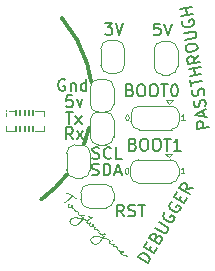
<source format=gto>
G04 #@! TF.GenerationSoftware,KiCad,Pcbnew,(7.0.0-0)*
G04 #@! TF.CreationDate,2024-02-07T16:44:52+08:00*
G04 #@! TF.ProjectId,SWDProgrammer,53574450-726f-4677-9261-6d6d65722e6b,rev?*
G04 #@! TF.SameCoordinates,Original*
G04 #@! TF.FileFunction,Legend,Top*
G04 #@! TF.FilePolarity,Positive*
%FSLAX46Y46*%
G04 Gerber Fmt 4.6, Leading zero omitted, Abs format (unit mm)*
G04 Created by KiCad (PCBNEW (7.0.0-0)) date 2024-02-07 16:44:52*
%MOMM*%
%LPD*%
G01*
G04 APERTURE LIST*
G04 Aperture macros list*
%AMRoundRect*
0 Rectangle with rounded corners*
0 $1 Rounding radius*
0 $2 $3 $4 $5 $6 $7 $8 $9 X,Y pos of 4 corners*
0 Add a 4 corners polygon primitive as box body*
4,1,4,$2,$3,$4,$5,$6,$7,$8,$9,$2,$3,0*
0 Add four circle primitives for the rounded corners*
1,1,$1+$1,$2,$3*
1,1,$1+$1,$4,$5*
1,1,$1+$1,$6,$7*
1,1,$1+$1,$8,$9*
0 Add four rect primitives between the rounded corners*
20,1,$1+$1,$2,$3,$4,$5,0*
20,1,$1+$1,$4,$5,$6,$7,0*
20,1,$1+$1,$6,$7,$8,$9,0*
20,1,$1+$1,$8,$9,$2,$3,0*%
%AMHorizOval*
0 Thick line with rounded ends*
0 $1 width*
0 $2 $3 position (X,Y) of the first rounded end (center of the circle)*
0 $4 $5 position (X,Y) of the second rounded end (center of the circle)*
0 Add line between two ends*
20,1,$1,$2,$3,$4,$5,0*
0 Add two circle primitives to create the rounded ends*
1,1,$1,$2,$3*
1,1,$1,$4,$5*%
%AMOutline5P*
0 Free polygon, 5 corners , with rotation*
0 The origin of the aperture is its center*
0 number of corners: always 5*
0 $1 to $10 corner X, Y*
0 $11 Rotation angle, in degrees counterclockwise*
0 create outline with 5 corners*
4,1,5,$1,$2,$3,$4,$5,$6,$7,$8,$9,$10,$1,$2,$11*%
%AMOutline6P*
0 Free polygon, 6 corners , with rotation*
0 The origin of the aperture is its center*
0 number of corners: always 6*
0 $1 to $12 corner X, Y*
0 $13 Rotation angle, in degrees counterclockwise*
0 create outline with 6 corners*
4,1,6,$1,$2,$3,$4,$5,$6,$7,$8,$9,$10,$11,$12,$1,$2,$13*%
%AMOutline7P*
0 Free polygon, 7 corners , with rotation*
0 The origin of the aperture is its center*
0 number of corners: always 7*
0 $1 to $14 corner X, Y*
0 $15 Rotation angle, in degrees counterclockwise*
0 create outline with 7 corners*
4,1,7,$1,$2,$3,$4,$5,$6,$7,$8,$9,$10,$11,$12,$13,$14,$1,$2,$15*%
%AMOutline8P*
0 Free polygon, 8 corners , with rotation*
0 The origin of the aperture is its center*
0 number of corners: always 8*
0 $1 to $16 corner X, Y*
0 $17 Rotation angle, in degrees counterclockwise*
0 create outline with 8 corners*
4,1,8,$1,$2,$3,$4,$5,$6,$7,$8,$9,$10,$11,$12,$13,$14,$15,$16,$1,$2,$17*%
%AMFreePoly0*
4,1,19,0.550000,-0.750000,0.000000,-0.750000,0.000000,-0.744911,-0.071157,-0.744911,-0.207708,-0.704816,-0.327430,-0.627875,-0.420627,-0.520320,-0.479746,-0.390866,-0.500000,-0.250000,-0.500000,0.250000,-0.479746,0.390866,-0.420627,0.520320,-0.327430,0.627875,-0.207708,0.704816,-0.071157,0.744911,0.000000,0.744911,0.000000,0.750000,0.550000,0.750000,0.550000,-0.750000,0.550000,-0.750000,
$1*%
%AMFreePoly1*
4,1,19,0.000000,0.744911,0.071157,0.744911,0.207708,0.704816,0.327430,0.627875,0.420627,0.520320,0.479746,0.390866,0.500000,0.250000,0.500000,-0.250000,0.479746,-0.390866,0.420627,-0.520320,0.327430,-0.627875,0.207708,-0.704816,0.071157,-0.744911,0.000000,-0.744911,0.000000,-0.750000,-0.550000,-0.750000,-0.550000,0.750000,0.000000,0.750000,0.000000,0.744911,0.000000,0.744911,
$1*%
%AMFreePoly2*
4,1,19,0.500000,-0.750000,0.000000,-0.750000,0.000000,-0.744911,-0.071157,-0.744911,-0.207708,-0.704816,-0.327430,-0.627875,-0.420627,-0.520320,-0.479746,-0.390866,-0.500000,-0.250000,-0.500000,0.250000,-0.479746,0.390866,-0.420627,0.520320,-0.327430,0.627875,-0.207708,0.704816,-0.071157,0.744911,0.000000,0.744911,0.000000,0.750000,0.500000,0.750000,0.500000,-0.750000,0.500000,-0.750000,
$1*%
%AMFreePoly3*
4,1,19,0.000000,0.744911,0.071157,0.744911,0.207708,0.704816,0.327430,0.627875,0.420627,0.520320,0.479746,0.390866,0.500000,0.250000,0.500000,-0.250000,0.479746,-0.390866,0.420627,-0.520320,0.327430,-0.627875,0.207708,-0.704816,0.071157,-0.744911,0.000000,-0.744911,0.000000,-0.750000,-0.500000,-0.750000,-0.500000,0.750000,0.000000,0.750000,0.000000,0.744911,0.000000,0.744911,
$1*%
G04 Aperture macros list end*
%ADD10C,0.300000*%
%ADD11C,0.200000*%
%ADD12C,0.100000*%
%ADD13C,0.120000*%
%ADD14C,0.150000*%
%ADD15FreePoly0,180.000000*%
%ADD16R,1.000000X1.500000*%
%ADD17FreePoly1,180.000000*%
%ADD18FreePoly2,90.000000*%
%ADD19FreePoly3,90.000000*%
%ADD20FreePoly2,0.000000*%
%ADD21FreePoly3,0.000000*%
%ADD22RoundRect,0.060000X-0.060000X-0.190000X0.060000X-0.190000X0.060000X0.190000X-0.060000X0.190000X0*%
%ADD23Outline5P,-0.200000X0.175000X0.060000X0.175000X0.200000X0.035000X0.200000X-0.175000X-0.200000X-0.175000X180.000000*%
%ADD24Outline6P,-0.130000X0.360000X0.026000X0.360000X0.130000X0.256000X0.130000X-0.256000X0.026000X-0.360000X-0.130000X-0.360000X0.000000*%
%ADD25Outline5P,-0.200000X0.035000X-0.060000X0.175000X0.200000X0.175000X0.200000X-0.175000X-0.200000X-0.175000X0.000000*%
%ADD26Outline5P,-0.200000X0.035000X-0.060000X0.175000X0.200000X0.175000X0.200000X-0.175000X-0.200000X-0.175000X180.000000*%
%ADD27Outline6P,-0.130000X0.256000X-0.026000X0.360000X0.130000X0.360000X0.130000X-0.360000X-0.026000X-0.360000X-0.130000X-0.256000X0.000000*%
%ADD28Outline5P,-0.200000X0.175000X0.060000X0.175000X0.200000X0.035000X0.200000X-0.175000X-0.200000X-0.175000X0.000000*%
%ADD29HorizOval,1.000000X-0.508829X0.317952X0.508829X-0.317952X0*%
%ADD30HorizOval,1.000000X-0.339219X0.211968X0.339219X-0.211968X0*%
%ADD31HorizOval,1.000000X0.594161X0.083504X-0.594161X-0.083504X0*%
%ADD32HorizOval,1.000000X0.396107X0.055669X-0.396107X-0.055669X0*%
G04 APERTURE END LIST*
D10*
X139735526Y-63770878D02*
G75*
G03*
X140154265Y-62427117I-9735526J3770878D01*
G01*
X136104033Y-68478281D02*
G75*
G03*
X138276481Y-66374978I-6104033J8478281D01*
G01*
X140335182Y-58522162D02*
G75*
G03*
X140000000Y-57000000I-10335182J-1477838D01*
G01*
X140000000Y-57000000D02*
G75*
G03*
X137857131Y-53125010I-10000000J-3000000D01*
G01*
D11*
X138731590Y-59656387D02*
X138255400Y-59656387D01*
X138255400Y-59656387D02*
X138207781Y-60132578D01*
X138207781Y-60132578D02*
X138255400Y-60084959D01*
X138255400Y-60084959D02*
X138350638Y-60037340D01*
X138350638Y-60037340D02*
X138588733Y-60037340D01*
X138588733Y-60037340D02*
X138683971Y-60084959D01*
X138683971Y-60084959D02*
X138731590Y-60132578D01*
X138731590Y-60132578D02*
X138779209Y-60227816D01*
X138779209Y-60227816D02*
X138779209Y-60465911D01*
X138779209Y-60465911D02*
X138731590Y-60561149D01*
X138731590Y-60561149D02*
X138683971Y-60608768D01*
X138683971Y-60608768D02*
X138588733Y-60656387D01*
X138588733Y-60656387D02*
X138350638Y-60656387D01*
X138350638Y-60656387D02*
X138255400Y-60608768D01*
X138255400Y-60608768D02*
X138207781Y-60561149D01*
X139112543Y-59989721D02*
X139350638Y-60656387D01*
X139350638Y-60656387D02*
X139588733Y-59989721D01*
X146164285Y-53582380D02*
X145688095Y-53582380D01*
X145688095Y-53582380D02*
X145640476Y-54058571D01*
X145640476Y-54058571D02*
X145688095Y-54010952D01*
X145688095Y-54010952D02*
X145783333Y-53963333D01*
X145783333Y-53963333D02*
X146021428Y-53963333D01*
X146021428Y-53963333D02*
X146116666Y-54010952D01*
X146116666Y-54010952D02*
X146164285Y-54058571D01*
X146164285Y-54058571D02*
X146211904Y-54153809D01*
X146211904Y-54153809D02*
X146211904Y-54391904D01*
X146211904Y-54391904D02*
X146164285Y-54487142D01*
X146164285Y-54487142D02*
X146116666Y-54534761D01*
X146116666Y-54534761D02*
X146021428Y-54582380D01*
X146021428Y-54582380D02*
X145783333Y-54582380D01*
X145783333Y-54582380D02*
X145688095Y-54534761D01*
X145688095Y-54534761D02*
X145640476Y-54487142D01*
X146497619Y-53582380D02*
X146830952Y-54582380D01*
X146830952Y-54582380D02*
X147164285Y-53582380D01*
G36*
X138077759Y-68785333D02*
G01*
X138086861Y-68791332D01*
X138096197Y-68794419D01*
X138106354Y-68795156D01*
X138116771Y-68793116D01*
X138126884Y-68787868D01*
X138128500Y-68786652D01*
X138149584Y-68770616D01*
X138170605Y-68754489D01*
X138191562Y-68738274D01*
X138212454Y-68721972D01*
X138233279Y-68705585D01*
X138254036Y-68689115D01*
X138274724Y-68672564D01*
X138295341Y-68655932D01*
X138315887Y-68639223D01*
X138336359Y-68622437D01*
X138356758Y-68605576D01*
X138377080Y-68588643D01*
X138397326Y-68571638D01*
X138417494Y-68554565D01*
X138437583Y-68537423D01*
X138457591Y-68520216D01*
X138477517Y-68502945D01*
X138497360Y-68485611D01*
X138517118Y-68468217D01*
X138536791Y-68450764D01*
X138556377Y-68433253D01*
X138575874Y-68415688D01*
X138595282Y-68398068D01*
X138614599Y-68380397D01*
X138633825Y-68362676D01*
X138652956Y-68344906D01*
X138671994Y-68327089D01*
X138690935Y-68309228D01*
X138709779Y-68291324D01*
X138728525Y-68273378D01*
X138747171Y-68255392D01*
X138765716Y-68237368D01*
X138777057Y-68245330D01*
X138788456Y-68253405D01*
X138799909Y-68261591D01*
X138811413Y-68269881D01*
X138822962Y-68278272D01*
X138834553Y-68286760D01*
X138846181Y-68295341D01*
X138857842Y-68304009D01*
X138869532Y-68312761D01*
X138881246Y-68321592D01*
X138892981Y-68330498D01*
X138904731Y-68339475D01*
X138916493Y-68348518D01*
X138928262Y-68357623D01*
X138940034Y-68366785D01*
X138951805Y-68376001D01*
X139047008Y-68450219D01*
X139055313Y-68455541D01*
X139066155Y-68459372D01*
X139077084Y-68460370D01*
X139087640Y-68458860D01*
X139097367Y-68455168D01*
X139105805Y-68449618D01*
X139110059Y-68445531D01*
X139116644Y-68435901D01*
X139120143Y-68426633D01*
X139121499Y-68416721D01*
X139120400Y-68406620D01*
X139116535Y-68396788D01*
X139109590Y-68387679D01*
X139107803Y-68385984D01*
X139105625Y-68384023D01*
X139098017Y-68377718D01*
X139090381Y-68371432D01*
X139082718Y-68365164D01*
X139075030Y-68358914D01*
X139067317Y-68352682D01*
X139059581Y-68346468D01*
X139051822Y-68340271D01*
X139044041Y-68334092D01*
X139036239Y-68327931D01*
X139028417Y-68321786D01*
X139020576Y-68315659D01*
X139012717Y-68309548D01*
X139004841Y-68303454D01*
X138996949Y-68297376D01*
X138989041Y-68291315D01*
X138981119Y-68285269D01*
X138973184Y-68279240D01*
X138965237Y-68273226D01*
X138957278Y-68267228D01*
X138949308Y-68261245D01*
X138941329Y-68255277D01*
X138933341Y-68249325D01*
X138925346Y-68243387D01*
X138917344Y-68237464D01*
X138909336Y-68231555D01*
X138901323Y-68225661D01*
X138893306Y-68219781D01*
X138885286Y-68213915D01*
X138877264Y-68208062D01*
X138869241Y-68202223D01*
X138861217Y-68196398D01*
X138853195Y-68190586D01*
X138841174Y-68181901D01*
X138829110Y-68173207D01*
X138816999Y-68164510D01*
X138804843Y-68155816D01*
X138792640Y-68147132D01*
X138780389Y-68138463D01*
X138768089Y-68129818D01*
X138755740Y-68121201D01*
X138743340Y-68112619D01*
X138730888Y-68104080D01*
X138718384Y-68095588D01*
X138705827Y-68087151D01*
X138693216Y-68078775D01*
X138680549Y-68070466D01*
X138667826Y-68062232D01*
X138655047Y-68054077D01*
X138642210Y-68046009D01*
X138629314Y-68038034D01*
X138616359Y-68030159D01*
X138603343Y-68022389D01*
X138590266Y-68014732D01*
X138577126Y-68007193D01*
X138563923Y-67999780D01*
X138550656Y-67992497D01*
X138537325Y-67985353D01*
X138523927Y-67978354D01*
X138510463Y-67971505D01*
X138496931Y-67964813D01*
X138483330Y-67958284D01*
X138469660Y-67951926D01*
X138455919Y-67945744D01*
X138442108Y-67939745D01*
X138431467Y-67935263D01*
X138420586Y-67930806D01*
X138409486Y-67926437D01*
X138398188Y-67922215D01*
X138386714Y-67918202D01*
X138375085Y-67914460D01*
X138363321Y-67911048D01*
X138351445Y-67908027D01*
X138339476Y-67905460D01*
X138327437Y-67903406D01*
X138315349Y-67901926D01*
X138303232Y-67901083D01*
X138291109Y-67900935D01*
X138278999Y-67901546D01*
X138266925Y-67902974D01*
X138254907Y-67905283D01*
X138245247Y-67909186D01*
X138236846Y-67915135D01*
X138233627Y-67918331D01*
X138227356Y-67927740D01*
X138223914Y-67937652D01*
X138223129Y-67948436D01*
X138225829Y-67959303D01*
X138231337Y-67967853D01*
X138234487Y-67971033D01*
X138242784Y-67976912D01*
X138252379Y-67981408D01*
X138262206Y-67984605D01*
X138273761Y-67987168D01*
X138284291Y-67988678D01*
X138295998Y-67989637D01*
X138299112Y-67989783D01*
X138310256Y-67991072D01*
X138321319Y-67992905D01*
X138332877Y-67995489D01*
X138343306Y-67998305D01*
X138355374Y-68002035D01*
X138369196Y-68006824D01*
X138379442Y-68010677D01*
X138390555Y-68015108D01*
X138402567Y-68020160D01*
X138415036Y-68025539D01*
X138427438Y-68031109D01*
X138439774Y-68036862D01*
X138452045Y-68042787D01*
X138464250Y-68048875D01*
X138476390Y-68055116D01*
X138488465Y-68061499D01*
X138500475Y-68068015D01*
X138512421Y-68074654D01*
X138524302Y-68081406D01*
X138536120Y-68088261D01*
X138547873Y-68095209D01*
X138559563Y-68102241D01*
X138571190Y-68109346D01*
X138582754Y-68116515D01*
X138594255Y-68123738D01*
X138604035Y-68129866D01*
X138613827Y-68136023D01*
X138623575Y-68142176D01*
X138633223Y-68148293D01*
X138642716Y-68154341D01*
X138651998Y-68160289D01*
X138661014Y-68166105D01*
X138669707Y-68171756D01*
X138678024Y-68177210D01*
X138688430Y-68184120D01*
X138690895Y-68185775D01*
X138673195Y-68202900D01*
X138655395Y-68219995D01*
X138637496Y-68237061D01*
X138619497Y-68254095D01*
X138601401Y-68271096D01*
X138583208Y-68288062D01*
X138564919Y-68304991D01*
X138546533Y-68321883D01*
X138528053Y-68338736D01*
X138509478Y-68355547D01*
X138490810Y-68372316D01*
X138472049Y-68389042D01*
X138453195Y-68405721D01*
X138434250Y-68422354D01*
X138415215Y-68438938D01*
X138396089Y-68455473D01*
X138376874Y-68471955D01*
X138357570Y-68488385D01*
X138338179Y-68504760D01*
X138318700Y-68521079D01*
X138299135Y-68537340D01*
X138279483Y-68553542D01*
X138259747Y-68569683D01*
X138239927Y-68585763D01*
X138220023Y-68601778D01*
X138200035Y-68617728D01*
X138179966Y-68633611D01*
X138159815Y-68649426D01*
X138139584Y-68665171D01*
X138119272Y-68680845D01*
X138098881Y-68696445D01*
X138078411Y-68711972D01*
X138073181Y-68717780D01*
X138067351Y-68726013D01*
X138063126Y-68737287D01*
X138061971Y-68749046D01*
X138063533Y-68760638D01*
X138067456Y-68771414D01*
X138073386Y-68780723D01*
X138077759Y-68785333D01*
G37*
G36*
X138553148Y-68829619D02*
G01*
X138563495Y-68832557D01*
X138572020Y-68837946D01*
X138574816Y-68840841D01*
X138580325Y-68849812D01*
X138583631Y-68860603D01*
X138584625Y-68872392D01*
X138583195Y-68884358D01*
X138579230Y-68895680D01*
X138572622Y-68905535D01*
X138572087Y-68906112D01*
X138563708Y-68912544D01*
X138554385Y-68916738D01*
X138544625Y-68919109D01*
X138532805Y-68921206D01*
X138521117Y-68924183D01*
X138509677Y-68928048D01*
X138498605Y-68932805D01*
X138488017Y-68938461D01*
X138478033Y-68945022D01*
X138468768Y-68952493D01*
X138460343Y-68960881D01*
X138454683Y-68967713D01*
X138449030Y-68975907D01*
X138444289Y-68984551D01*
X138443017Y-68987667D01*
X138439883Y-68996972D01*
X138437291Y-69009216D01*
X138436517Y-69021171D01*
X138437561Y-69032722D01*
X138440427Y-69043757D01*
X138445116Y-69054161D01*
X138451631Y-69063820D01*
X138459973Y-69072622D01*
X138469666Y-69079377D01*
X138473973Y-69081975D01*
X138482863Y-69086780D01*
X138492080Y-69091069D01*
X138501573Y-69094847D01*
X138511293Y-69098119D01*
X138521187Y-69100891D01*
X138531207Y-69103168D01*
X138541301Y-69104955D01*
X138551419Y-69106257D01*
X138561511Y-69107079D01*
X138571527Y-69107427D01*
X138581416Y-69107305D01*
X138595901Y-69106254D01*
X138609817Y-69104176D01*
X138622993Y-69101088D01*
X138621964Y-69098778D01*
X138618385Y-69089329D01*
X138615575Y-69079754D01*
X138613269Y-69069071D01*
X138611719Y-69057519D01*
X138611271Y-69049003D01*
X138700535Y-69049003D01*
X138700960Y-69057563D01*
X138701753Y-69056679D01*
X138708697Y-69048618D01*
X138716008Y-69039374D01*
X138722375Y-69029929D01*
X138724894Y-69019307D01*
X138718359Y-69016709D01*
X138716855Y-69016290D01*
X138707430Y-69019357D01*
X138703006Y-69027844D01*
X138700983Y-69038552D01*
X138700535Y-69049003D01*
X138611271Y-69049003D01*
X138611187Y-69047403D01*
X138611495Y-69035338D01*
X138612882Y-69023334D01*
X138615308Y-69011527D01*
X138618736Y-69000053D01*
X138623129Y-68989047D01*
X138628450Y-68978645D01*
X138634661Y-68968983D01*
X138641724Y-68960196D01*
X138648777Y-68953128D01*
X138656540Y-68946792D01*
X138664956Y-68941228D01*
X138673967Y-68936477D01*
X138683517Y-68932582D01*
X138693551Y-68929584D01*
X138704010Y-68927525D01*
X138714839Y-68926445D01*
X138719808Y-68926493D01*
X138731989Y-68927591D01*
X138743711Y-68930002D01*
X138754825Y-68933623D01*
X138765183Y-68938351D01*
X138774637Y-68944082D01*
X138783040Y-68950714D01*
X138787292Y-68954815D01*
X138794935Y-68963858D01*
X138801352Y-68973908D01*
X138806450Y-68984835D01*
X138810139Y-68996504D01*
X138812325Y-69008783D01*
X138812917Y-69021538D01*
X138812260Y-69031338D01*
X138810614Y-69041275D01*
X138808101Y-69051043D01*
X138804877Y-69060753D01*
X138800978Y-69070341D01*
X138796439Y-69079741D01*
X138791294Y-69088889D01*
X138785580Y-69097720D01*
X138779331Y-69106170D01*
X138772583Y-69114174D01*
X138752210Y-69128040D01*
X138754088Y-69126979D01*
X138762630Y-69132163D01*
X138772531Y-69140173D01*
X138782571Y-69147989D01*
X138792741Y-69155625D01*
X138803034Y-69163094D01*
X138813439Y-69170409D01*
X138823950Y-69177584D01*
X138834558Y-69184630D01*
X138845254Y-69191563D01*
X138856029Y-69198393D01*
X138866876Y-69205136D01*
X138877786Y-69211803D01*
X138888750Y-69218408D01*
X138899761Y-69224964D01*
X138910809Y-69231484D01*
X138921886Y-69237981D01*
X138932984Y-69244468D01*
X138941026Y-69249408D01*
X138944499Y-69252942D01*
X138950911Y-69262971D01*
X138954294Y-69274145D01*
X138954919Y-69285762D01*
X138953059Y-69297118D01*
X138948986Y-69307510D01*
X138942971Y-69316235D01*
X138940806Y-69318443D01*
X138931655Y-69324851D01*
X138922269Y-69328310D01*
X138911934Y-69329425D01*
X138901098Y-69327756D01*
X138892010Y-69323921D01*
X138879667Y-69316755D01*
X138867149Y-69309528D01*
X138854491Y-69302225D01*
X138841732Y-69294832D01*
X138828909Y-69287332D01*
X138816058Y-69279711D01*
X138803218Y-69271954D01*
X138790425Y-69264045D01*
X138777716Y-69255970D01*
X138765129Y-69247713D01*
X138752701Y-69239260D01*
X138740469Y-69230594D01*
X138728471Y-69221701D01*
X138716743Y-69212567D01*
X138705322Y-69203174D01*
X138694247Y-69193510D01*
X138677821Y-69177077D01*
X138662254Y-69182455D01*
X138645721Y-69186940D01*
X138628377Y-69190503D01*
X138610376Y-69193112D01*
X138591871Y-69194735D01*
X138573016Y-69195343D01*
X138553966Y-69194904D01*
X138534874Y-69193388D01*
X138515894Y-69190763D01*
X138497180Y-69186999D01*
X138478886Y-69182065D01*
X138461166Y-69175930D01*
X138444174Y-69168563D01*
X138428064Y-69159934D01*
X138412989Y-69150011D01*
X138399104Y-69138763D01*
X138396296Y-69136161D01*
X138389436Y-69129168D01*
X138382865Y-69121541D01*
X138376655Y-69113361D01*
X138370876Y-69104705D01*
X138365601Y-69095655D01*
X138360901Y-69086288D01*
X138356717Y-69076194D01*
X138353305Y-69065886D01*
X138350650Y-69055405D01*
X138348733Y-69044787D01*
X138347539Y-69034073D01*
X138347051Y-69023301D01*
X138347252Y-69012511D01*
X138348126Y-69001740D01*
X138349655Y-68991028D01*
X138351823Y-68980414D01*
X138354613Y-68969937D01*
X138358009Y-68959635D01*
X138361993Y-68949547D01*
X138366550Y-68939713D01*
X138371662Y-68930171D01*
X138377313Y-68920959D01*
X138392585Y-68902173D01*
X138399877Y-68894505D01*
X138407521Y-68887289D01*
X138415495Y-68880517D01*
X138423777Y-68874181D01*
X138432348Y-68868273D01*
X138441186Y-68862787D01*
X138450269Y-68857715D01*
X138459577Y-68853048D01*
X138469088Y-68848781D01*
X138478781Y-68844905D01*
X138488635Y-68841412D01*
X138498629Y-68838296D01*
X138508742Y-68835548D01*
X138518952Y-68833162D01*
X138529238Y-68831129D01*
X138539580Y-68829443D01*
X138543013Y-68829138D01*
X138553148Y-68829619D01*
G37*
G36*
X139214768Y-69776892D02*
G01*
X139222884Y-69783675D01*
X139231407Y-69789939D01*
X139240178Y-69795790D01*
X139249040Y-69801334D01*
X139254084Y-69804404D01*
X139269671Y-69812971D01*
X139285646Y-69820980D01*
X139301967Y-69828469D01*
X139318596Y-69835474D01*
X139335492Y-69842033D01*
X139352616Y-69848182D01*
X139369927Y-69853957D01*
X139387386Y-69859397D01*
X139404954Y-69864536D01*
X139422589Y-69869413D01*
X139440252Y-69874065D01*
X139457904Y-69878527D01*
X139475504Y-69882836D01*
X139493013Y-69887030D01*
X139510390Y-69891146D01*
X139527596Y-69895219D01*
X139538215Y-69896462D01*
X139548214Y-69895227D01*
X139558406Y-69891280D01*
X139566750Y-69885184D01*
X139568483Y-69883392D01*
X139574149Y-69874899D01*
X139577847Y-69864586D01*
X139579393Y-69853251D01*
X139578604Y-69841691D01*
X139575296Y-69830703D01*
X139569285Y-69821085D01*
X139566083Y-69817799D01*
X139557838Y-69812210D01*
X139548463Y-69808634D01*
X139545153Y-69807828D01*
X139526242Y-69803322D01*
X139516595Y-69800972D01*
X139506844Y-69798557D01*
X139497009Y-69796077D01*
X139487111Y-69793534D01*
X139477167Y-69790926D01*
X139467198Y-69788255D01*
X139457221Y-69785521D01*
X139447258Y-69782724D01*
X139437326Y-69779864D01*
X139427446Y-69776942D01*
X139417635Y-69773958D01*
X139407915Y-69770912D01*
X139398303Y-69767804D01*
X139388819Y-69764635D01*
X139379483Y-69761406D01*
X139361328Y-69754765D01*
X139343994Y-69747884D01*
X139327634Y-69740765D01*
X139312401Y-69733410D01*
X139298451Y-69725822D01*
X139285935Y-69718003D01*
X139275009Y-69709956D01*
X139270191Y-69705848D01*
X139268158Y-69703360D01*
X139269441Y-69690930D01*
X139271373Y-69678962D01*
X139273753Y-69667363D01*
X139276382Y-69656037D01*
X139279057Y-69644890D01*
X139281579Y-69633827D01*
X139283746Y-69622753D01*
X139285357Y-69611574D01*
X139286213Y-69600196D01*
X139286112Y-69588523D01*
X139285414Y-69580531D01*
X139283273Y-69569766D01*
X139280449Y-69559366D01*
X139276967Y-69549331D01*
X139272854Y-69539660D01*
X139268136Y-69530352D01*
X139262841Y-69521407D01*
X139256994Y-69512824D01*
X139250621Y-69504603D01*
X139243750Y-69496743D01*
X139236407Y-69489245D01*
X139231263Y-69484446D01*
X139221323Y-69476058D01*
X139210756Y-69468187D01*
X139199646Y-69460847D01*
X139188076Y-69454053D01*
X139176133Y-69447819D01*
X139163900Y-69442159D01*
X139151462Y-69437088D01*
X139138903Y-69432620D01*
X139126308Y-69428770D01*
X139113761Y-69425551D01*
X139105466Y-69423764D01*
X139095366Y-69421888D01*
X139085198Y-69420172D01*
X139074984Y-69418570D01*
X139064748Y-69417040D01*
X139054510Y-69415535D01*
X139044295Y-69414013D01*
X139034123Y-69412428D01*
X139024019Y-69410738D01*
X139014004Y-69408896D01*
X139004101Y-69406860D01*
X138994332Y-69404585D01*
X138984721Y-69402026D01*
X138975288Y-69399140D01*
X138966058Y-69395882D01*
X138952640Y-69390201D01*
X138948293Y-69388073D01*
X138939504Y-69382794D01*
X138931123Y-69377459D01*
X138925004Y-69372691D01*
X138918103Y-69365537D01*
X138919186Y-69355461D01*
X138924211Y-69347656D01*
X138932576Y-69339862D01*
X138941910Y-69333442D01*
X138952017Y-69327805D01*
X138962699Y-69322359D01*
X138971527Y-69317743D01*
X138980495Y-69312569D01*
X138989503Y-69306533D01*
X138995452Y-69297320D01*
X138998238Y-69287103D01*
X138998252Y-69276492D01*
X138995888Y-69266095D01*
X138991537Y-69256521D01*
X138985591Y-69248379D01*
X138982854Y-69245659D01*
X138974891Y-69239830D01*
X138965568Y-69235554D01*
X138955296Y-69233344D01*
X138944483Y-69233711D01*
X138933541Y-69237167D01*
X138929936Y-69239094D01*
X138920092Y-69244548D01*
X138910183Y-69250195D01*
X138900332Y-69256086D01*
X138890660Y-69262273D01*
X138881291Y-69268809D01*
X138872345Y-69275747D01*
X138863947Y-69283138D01*
X138856217Y-69291035D01*
X138849604Y-69299204D01*
X138843980Y-69307869D01*
X138839339Y-69316952D01*
X138835676Y-69326379D01*
X138832984Y-69336072D01*
X138831258Y-69345954D01*
X138830492Y-69355950D01*
X138830680Y-69365982D01*
X138831816Y-69375976D01*
X138833895Y-69385853D01*
X138836911Y-69395537D01*
X138840859Y-69404953D01*
X138845731Y-69414023D01*
X138851523Y-69422672D01*
X138858229Y-69430822D01*
X138865842Y-69438397D01*
X138876079Y-69446882D01*
X138886937Y-69454541D01*
X138898352Y-69461431D01*
X138910258Y-69467610D01*
X138922589Y-69473133D01*
X138935282Y-69478060D01*
X138948269Y-69482446D01*
X138961485Y-69486348D01*
X138974866Y-69489825D01*
X138988345Y-69492932D01*
X139001858Y-69495728D01*
X139015338Y-69498269D01*
X139028721Y-69500613D01*
X139041942Y-69502816D01*
X139054934Y-69504936D01*
X139067632Y-69507029D01*
X139078002Y-69509111D01*
X139088431Y-69511414D01*
X139098847Y-69513996D01*
X139109181Y-69516912D01*
X139119363Y-69520217D01*
X139129324Y-69523969D01*
X139138993Y-69528221D01*
X139148302Y-69533032D01*
X139157180Y-69538455D01*
X139165558Y-69544547D01*
X139170830Y-69549007D01*
X139181829Y-69560883D01*
X139187752Y-69569463D01*
X139193126Y-69582899D01*
X139195005Y-69596970D01*
X139194196Y-69611623D01*
X139192564Y-69621691D01*
X139190335Y-69631980D01*
X139187749Y-69642476D01*
X139185047Y-69653163D01*
X139182467Y-69664027D01*
X139180248Y-69675051D01*
X139178630Y-69686222D01*
X139177853Y-69697523D01*
X139178155Y-69708941D01*
X139179777Y-69720459D01*
X139181157Y-69726251D01*
X139185330Y-69737137D01*
X139190586Y-69747399D01*
X139196834Y-69757020D01*
X139203984Y-69765986D01*
X139211948Y-69774279D01*
X139214768Y-69776892D01*
G37*
G36*
X139688509Y-69758882D02*
G01*
X139706417Y-69761211D01*
X139724168Y-69765094D01*
X139741614Y-69770512D01*
X139758608Y-69777447D01*
X139775001Y-69785879D01*
X139790647Y-69795789D01*
X139805397Y-69807160D01*
X139806305Y-69807977D01*
X139809742Y-69811437D01*
X139816059Y-69820958D01*
X139819367Y-69831281D01*
X139819974Y-69841857D01*
X139818189Y-69852135D01*
X139814318Y-69861564D01*
X139808669Y-69869594D01*
X139804411Y-69873685D01*
X139795953Y-69879256D01*
X139786202Y-69882976D01*
X139775626Y-69884507D01*
X139764694Y-69883513D01*
X139753875Y-69879655D01*
X139745618Y-69874281D01*
X139741720Y-69871230D01*
X139733630Y-69865566D01*
X139725200Y-69860516D01*
X139712058Y-69854166D01*
X139698513Y-69849389D01*
X139684782Y-69846303D01*
X139671082Y-69845022D01*
X139657631Y-69845664D01*
X139644646Y-69848343D01*
X139632344Y-69853176D01*
X139620942Y-69860279D01*
X139610659Y-69869767D01*
X139600071Y-69885541D01*
X139597856Y-69889609D01*
X139593543Y-69899914D01*
X139591095Y-69910274D01*
X139590659Y-69920519D01*
X139592379Y-69930479D01*
X139596401Y-69939984D01*
X139602871Y-69948864D01*
X139607772Y-69953277D01*
X139609150Y-69954487D01*
X139618058Y-69960982D01*
X139627719Y-69965868D01*
X139637677Y-69968733D01*
X139647470Y-69969162D01*
X139658075Y-69966033D01*
X139661635Y-69964448D01*
X139672446Y-69961512D01*
X139683153Y-69961118D01*
X139693374Y-69963024D01*
X139702727Y-69966991D01*
X139710830Y-69972780D01*
X139717940Y-69981385D01*
X139722653Y-69992039D01*
X139724440Y-70001989D01*
X139724020Y-70012492D01*
X139721147Y-70023154D01*
X139715573Y-70033580D01*
X139664961Y-70100740D01*
X139675749Y-70103676D01*
X139686597Y-70106670D01*
X139697503Y-70109724D01*
X139708464Y-70112837D01*
X139719477Y-70116007D01*
X139730539Y-70119236D01*
X139741647Y-70122523D01*
X139752798Y-70125867D01*
X139763989Y-70129268D01*
X139775217Y-70132726D01*
X139786479Y-70136240D01*
X139797772Y-70139811D01*
X139809093Y-70143439D01*
X139820439Y-70147121D01*
X139831807Y-70150860D01*
X139843194Y-70154653D01*
X139854597Y-70158501D01*
X139866013Y-70162404D01*
X139877440Y-70166362D01*
X139888873Y-70170373D01*
X139900310Y-70174438D01*
X139911749Y-70178556D01*
X139923185Y-70182728D01*
X139934617Y-70186953D01*
X139946041Y-70191230D01*
X139957454Y-70195559D01*
X139968853Y-70199941D01*
X139980235Y-70204374D01*
X139991598Y-70208859D01*
X140002937Y-70213394D01*
X140014251Y-70217981D01*
X140025536Y-70222619D01*
X140037825Y-70229411D01*
X140041037Y-70232668D01*
X140046892Y-70241773D01*
X140049869Y-70251799D01*
X140050255Y-70262175D01*
X140048338Y-70272334D01*
X140044403Y-70281705D01*
X140038737Y-70289720D01*
X140036452Y-70292071D01*
X140028417Y-70298216D01*
X140018981Y-70302684D01*
X140008614Y-70305067D01*
X139997789Y-70304956D01*
X139986976Y-70301945D01*
X139977119Y-70298657D01*
X139965628Y-70294345D01*
X139954114Y-70290066D01*
X139942579Y-70285819D01*
X139931023Y-70281604D01*
X139919450Y-70277423D01*
X139907860Y-70273275D01*
X139896255Y-70269161D01*
X139884637Y-70265080D01*
X139873008Y-70261034D01*
X139861368Y-70257023D01*
X139849720Y-70253046D01*
X139838065Y-70249105D01*
X139826405Y-70245199D01*
X139814742Y-70241330D01*
X139803077Y-70237496D01*
X139791411Y-70233699D01*
X139779747Y-70229940D01*
X139768087Y-70226217D01*
X139756430Y-70222532D01*
X139744780Y-70218884D01*
X139733139Y-70215275D01*
X139721506Y-70211705D01*
X139709885Y-70208173D01*
X139698277Y-70204681D01*
X139686683Y-70201228D01*
X139675105Y-70197815D01*
X139663546Y-70194442D01*
X139652005Y-70191110D01*
X139640485Y-70187818D01*
X139628989Y-70184568D01*
X139617516Y-70181359D01*
X139606069Y-70178192D01*
X139604925Y-70179462D01*
X139394744Y-70458885D01*
X139392424Y-70461846D01*
X139385353Y-70470580D01*
X139378143Y-70479121D01*
X139370839Y-70487508D01*
X139363483Y-70495778D01*
X139356119Y-70503972D01*
X139350084Y-70510623D01*
X139340918Y-70520518D01*
X139331617Y-70530300D01*
X139322176Y-70539953D01*
X139312594Y-70549460D01*
X139302868Y-70558803D01*
X139292995Y-70567965D01*
X139282972Y-70576931D01*
X139272797Y-70585681D01*
X139262468Y-70594201D01*
X139251981Y-70602473D01*
X139243988Y-70608485D01*
X139235877Y-70614370D01*
X139227653Y-70620124D01*
X139219318Y-70625745D01*
X139210876Y-70631228D01*
X139202330Y-70636571D01*
X139193682Y-70641769D01*
X139184937Y-70646820D01*
X139176096Y-70651719D01*
X139167164Y-70656463D01*
X139158144Y-70661049D01*
X139149038Y-70665473D01*
X139139850Y-70669731D01*
X139130582Y-70673821D01*
X139121239Y-70677739D01*
X139111823Y-70681481D01*
X139102337Y-70685044D01*
X139092785Y-70688424D01*
X139083169Y-70691617D01*
X139073493Y-70694621D01*
X139063760Y-70697432D01*
X139053973Y-70700046D01*
X139044135Y-70702460D01*
X139034249Y-70704670D01*
X139024319Y-70706673D01*
X139014348Y-70708466D01*
X139004338Y-70710044D01*
X138994293Y-70711404D01*
X138984216Y-70712544D01*
X138974110Y-70713459D01*
X138963978Y-70714145D01*
X138953824Y-70714600D01*
X138942840Y-70714776D01*
X138931843Y-70714674D01*
X138920841Y-70714296D01*
X138909840Y-70713645D01*
X138898847Y-70712723D01*
X138887867Y-70711532D01*
X138876909Y-70710077D01*
X138865977Y-70708357D01*
X138855080Y-70706378D01*
X138844223Y-70704140D01*
X138833414Y-70701646D01*
X138822658Y-70698899D01*
X138811963Y-70695902D01*
X138801334Y-70692656D01*
X138790779Y-70689165D01*
X138780304Y-70685431D01*
X138769916Y-70681455D01*
X138759621Y-70677242D01*
X138749426Y-70672793D01*
X138739337Y-70668111D01*
X138729362Y-70663199D01*
X138719506Y-70658058D01*
X138709776Y-70652692D01*
X138700179Y-70647102D01*
X138690722Y-70641292D01*
X138681410Y-70635264D01*
X138672252Y-70629020D01*
X138663252Y-70622563D01*
X138654418Y-70615895D01*
X138645757Y-70609020D01*
X138637275Y-70601938D01*
X138628978Y-70594654D01*
X138621152Y-70587427D01*
X138613474Y-70579967D01*
X138605952Y-70572282D01*
X138598596Y-70564376D01*
X138591415Y-70556257D01*
X138584419Y-70547930D01*
X138577617Y-70539401D01*
X138571018Y-70530676D01*
X138564632Y-70521762D01*
X138558469Y-70512665D01*
X138552538Y-70503390D01*
X138546848Y-70493944D01*
X138541409Y-70484333D01*
X138536230Y-70474563D01*
X138531321Y-70464640D01*
X138526691Y-70454570D01*
X138520798Y-70440952D01*
X138515569Y-70427096D01*
X138511014Y-70413030D01*
X138507146Y-70398785D01*
X138503976Y-70384391D01*
X138501516Y-70369878D01*
X138499779Y-70355276D01*
X138498776Y-70340615D01*
X138498637Y-70332649D01*
X138587349Y-70332649D01*
X138587896Y-70343568D01*
X138589032Y-70354461D01*
X138590742Y-70365317D01*
X138593010Y-70376124D01*
X138595823Y-70386869D01*
X138599164Y-70397542D01*
X138603020Y-70408131D01*
X138607376Y-70418623D01*
X138612216Y-70429006D01*
X138617527Y-70439269D01*
X138623292Y-70449399D01*
X138629498Y-70459386D01*
X138635557Y-70468864D01*
X138641965Y-70478083D01*
X138648729Y-70487060D01*
X138655857Y-70495814D01*
X138663355Y-70504362D01*
X138671230Y-70512721D01*
X138679489Y-70520911D01*
X138688139Y-70528948D01*
X138696233Y-70536017D01*
X138704548Y-70542849D01*
X138713075Y-70549440D01*
X138721807Y-70555785D01*
X138730735Y-70561882D01*
X138739851Y-70567726D01*
X138749147Y-70573312D01*
X138758615Y-70578637D01*
X138768247Y-70583697D01*
X138778035Y-70588488D01*
X138787969Y-70593006D01*
X138798043Y-70597246D01*
X138808248Y-70601205D01*
X138818576Y-70604879D01*
X138829018Y-70608263D01*
X138839568Y-70611353D01*
X138850215Y-70614146D01*
X138860953Y-70616638D01*
X138871773Y-70618824D01*
X138882667Y-70620700D01*
X138893626Y-70622263D01*
X138904643Y-70623508D01*
X138915710Y-70624431D01*
X138926818Y-70625029D01*
X138937959Y-70625297D01*
X138949125Y-70625230D01*
X138960308Y-70624826D01*
X138971499Y-70624081D01*
X138982691Y-70622989D01*
X138993875Y-70621547D01*
X139005044Y-70619751D01*
X139016188Y-70617597D01*
X139035020Y-70613032D01*
X139053489Y-70607639D01*
X139071594Y-70601448D01*
X139089335Y-70594489D01*
X139106709Y-70586789D01*
X139123716Y-70578379D01*
X139140355Y-70569287D01*
X139156624Y-70559543D01*
X139172521Y-70549176D01*
X139188046Y-70538216D01*
X139203198Y-70526690D01*
X139217975Y-70514630D01*
X139232375Y-70502063D01*
X139246399Y-70489019D01*
X139260043Y-70475527D01*
X139273308Y-70461617D01*
X139291122Y-70441833D01*
X139301485Y-70430132D01*
X139311628Y-70418316D01*
X139321573Y-70406394D01*
X139331343Y-70394373D01*
X139340960Y-70382265D01*
X139350445Y-70370077D01*
X139359820Y-70357820D01*
X139369108Y-70345502D01*
X139378330Y-70333133D01*
X139387509Y-70320722D01*
X139396666Y-70308278D01*
X139405824Y-70295811D01*
X139415004Y-70283329D01*
X139424229Y-70270842D01*
X139433520Y-70258359D01*
X139442900Y-70245890D01*
X139512107Y-70154062D01*
X139506465Y-70152536D01*
X139495799Y-70149777D01*
X139486296Y-70147407D01*
X139476089Y-70144924D01*
X139465326Y-70142357D01*
X139454156Y-70139734D01*
X139442724Y-70137085D01*
X139431179Y-70134437D01*
X139418952Y-70131738D01*
X139406714Y-70129073D01*
X139394465Y-70126446D01*
X139382206Y-70123859D01*
X139369937Y-70121316D01*
X139357658Y-70118818D01*
X139345369Y-70116368D01*
X139333072Y-70113969D01*
X139320766Y-70111625D01*
X139308452Y-70109337D01*
X139296131Y-70107108D01*
X139283801Y-70104942D01*
X139271465Y-70102840D01*
X139259122Y-70100806D01*
X139246772Y-70098842D01*
X139234416Y-70096952D01*
X139222055Y-70095137D01*
X139209689Y-70093400D01*
X139197317Y-70091745D01*
X139184941Y-70090174D01*
X139172561Y-70088690D01*
X139160177Y-70087295D01*
X139147789Y-70085992D01*
X139135399Y-70084785D01*
X139123005Y-70083675D01*
X139110610Y-70082665D01*
X139098212Y-70081758D01*
X139085812Y-70080958D01*
X139073412Y-70080266D01*
X139061010Y-70079685D01*
X139048608Y-70079219D01*
X139036206Y-70078869D01*
X139025906Y-70078602D01*
X139015599Y-70078412D01*
X139005288Y-70078306D01*
X138994976Y-70078289D01*
X138984666Y-70078366D01*
X138974361Y-70078544D01*
X138964066Y-70078828D01*
X138953782Y-70079224D01*
X138943513Y-70079739D01*
X138933263Y-70080377D01*
X138923034Y-70081145D01*
X138912829Y-70082048D01*
X138902653Y-70083093D01*
X138892507Y-70084285D01*
X138882396Y-70085630D01*
X138872322Y-70087133D01*
X138862288Y-70088801D01*
X138852298Y-70090640D01*
X138842355Y-70092655D01*
X138832463Y-70094851D01*
X138822623Y-70097236D01*
X138812840Y-70099814D01*
X138803117Y-70102592D01*
X138793456Y-70105575D01*
X138783862Y-70108769D01*
X138774336Y-70112180D01*
X138764884Y-70115814D01*
X138755506Y-70119676D01*
X138746208Y-70123773D01*
X138736991Y-70128110D01*
X138727860Y-70132693D01*
X138718817Y-70137528D01*
X138707427Y-70143703D01*
X138696690Y-70150142D01*
X138686517Y-70156904D01*
X138676820Y-70164049D01*
X138667511Y-70171635D01*
X138658501Y-70179722D01*
X138649704Y-70188370D01*
X138641030Y-70197638D01*
X138629100Y-70210888D01*
X138622497Y-70219384D01*
X138616372Y-70228309D01*
X138610753Y-70237628D01*
X138605672Y-70247309D01*
X138601160Y-70257317D01*
X138597246Y-70267618D01*
X138593963Y-70278177D01*
X138591339Y-70288961D01*
X138589385Y-70299862D01*
X138588078Y-70310785D01*
X138587404Y-70321718D01*
X138587349Y-70332649D01*
X138498637Y-70332649D01*
X138498520Y-70325925D01*
X138499022Y-70311236D01*
X138500294Y-70296578D01*
X138502348Y-70281981D01*
X138505197Y-70267476D01*
X138508851Y-70253091D01*
X138513324Y-70238858D01*
X138518627Y-70224806D01*
X138523391Y-70212967D01*
X138528798Y-70201509D01*
X138534809Y-70190408D01*
X138541380Y-70179643D01*
X138548470Y-70169190D01*
X138556037Y-70159029D01*
X138564040Y-70149137D01*
X138572437Y-70139492D01*
X138579903Y-70131476D01*
X138587642Y-70123695D01*
X138595639Y-70116149D01*
X138603882Y-70108835D01*
X138612354Y-70101754D01*
X138621042Y-70094904D01*
X138629931Y-70088284D01*
X138639007Y-70081894D01*
X138648254Y-70075731D01*
X138657659Y-70069795D01*
X138667208Y-70064086D01*
X138676885Y-70058601D01*
X138686675Y-70053341D01*
X138696566Y-70048304D01*
X138706542Y-70043488D01*
X138716588Y-70038894D01*
X138727394Y-70034236D01*
X138738294Y-70029849D01*
X138749282Y-70025727D01*
X138760355Y-70021862D01*
X138771507Y-70018248D01*
X138782732Y-70014878D01*
X138794027Y-70011746D01*
X138805386Y-70008845D01*
X138816805Y-70006168D01*
X138828278Y-70003709D01*
X138839801Y-70001461D01*
X138851368Y-69999418D01*
X138862975Y-69997572D01*
X138874617Y-69995918D01*
X138886289Y-69994448D01*
X138897986Y-69993156D01*
X138909703Y-69992035D01*
X138921435Y-69991079D01*
X138933177Y-69990280D01*
X138944925Y-69989633D01*
X138956674Y-69989131D01*
X138968418Y-69988766D01*
X138980152Y-69988533D01*
X138991873Y-69988425D01*
X139003574Y-69988434D01*
X139015251Y-69988555D01*
X139026899Y-69988781D01*
X139038514Y-69989105D01*
X139050089Y-69989520D01*
X139061621Y-69990020D01*
X139073105Y-69990598D01*
X139084534Y-69991248D01*
X139098098Y-69992206D01*
X139111651Y-69993258D01*
X139125193Y-69994403D01*
X139138723Y-69995640D01*
X139152242Y-69996967D01*
X139165750Y-69998382D01*
X139179247Y-69999884D01*
X139192732Y-70001472D01*
X139206207Y-70003144D01*
X139219669Y-70004899D01*
X139233121Y-70006735D01*
X139246561Y-70008652D01*
X139259990Y-70010646D01*
X139273407Y-70012717D01*
X139286813Y-70014864D01*
X139300208Y-70017085D01*
X139313591Y-70019378D01*
X139326963Y-70021742D01*
X139340323Y-70024176D01*
X139353672Y-70026679D01*
X139367010Y-70029247D01*
X139380336Y-70031882D01*
X139393650Y-70034580D01*
X139406953Y-70037340D01*
X139420245Y-70040161D01*
X139433525Y-70043042D01*
X139446794Y-70045980D01*
X139460051Y-70048976D01*
X139473296Y-70052026D01*
X139486530Y-70055130D01*
X139499752Y-70058286D01*
X139512963Y-70061492D01*
X139571127Y-70075739D01*
X139592991Y-70047441D01*
X139585569Y-70044407D01*
X139576306Y-70039416D01*
X139567514Y-70033838D01*
X139558475Y-70027282D01*
X139549699Y-70019963D01*
X139542607Y-70013127D01*
X139535987Y-70005811D01*
X139529872Y-69998041D01*
X139524295Y-69989843D01*
X139519287Y-69981244D01*
X139514881Y-69972269D01*
X139511110Y-69962944D01*
X139508006Y-69953296D01*
X139505602Y-69943348D01*
X139503931Y-69933129D01*
X139503024Y-69922664D01*
X139502914Y-69911978D01*
X139503635Y-69901097D01*
X139505217Y-69890048D01*
X139507695Y-69878857D01*
X139511100Y-69867548D01*
X139511879Y-69865504D01*
X139516074Y-69855495D01*
X139520744Y-69845877D01*
X139525848Y-69836705D01*
X139531346Y-69828031D01*
X139537197Y-69819910D01*
X139544626Y-69810968D01*
X139557304Y-69798462D01*
X139571154Y-69787679D01*
X139586027Y-69778601D01*
X139601778Y-69771209D01*
X139618257Y-69765485D01*
X139635317Y-69761409D01*
X139652811Y-69758962D01*
X139670591Y-69758126D01*
X139688509Y-69758882D01*
G37*
G36*
X139970616Y-70478166D02*
G01*
X139978629Y-70484846D01*
X139987196Y-70491035D01*
X139996183Y-70496732D01*
X140005456Y-70501936D01*
X140014881Y-70506645D01*
X140024326Y-70510859D01*
X140033655Y-70514576D01*
X140042735Y-70517795D01*
X140054453Y-70521090D01*
X140066261Y-70523793D01*
X140078145Y-70525940D01*
X140090090Y-70527568D01*
X140102082Y-70528714D01*
X140114106Y-70529416D01*
X140126148Y-70529710D01*
X140138192Y-70529633D01*
X140150226Y-70529222D01*
X140162233Y-70528514D01*
X140174200Y-70527547D01*
X140186112Y-70526357D01*
X140197955Y-70524981D01*
X140209713Y-70523456D01*
X140221373Y-70521819D01*
X140232920Y-70520107D01*
X140243195Y-70517162D01*
X140251751Y-70512362D01*
X140259483Y-70505571D01*
X140265845Y-70496171D01*
X140269764Y-70485317D01*
X140271244Y-70473756D01*
X140270289Y-70462237D01*
X140266902Y-70451507D01*
X140261087Y-70442314D01*
X140258082Y-70439235D01*
X140249617Y-70433767D01*
X140239309Y-70430708D01*
X140229016Y-70430220D01*
X140225460Y-70430568D01*
X140211848Y-70432673D01*
X140198142Y-70434688D01*
X140184366Y-70436527D01*
X140170545Y-70438103D01*
X140156704Y-70439329D01*
X140142866Y-70440117D01*
X140129057Y-70440383D01*
X140115300Y-70440038D01*
X140101621Y-70438995D01*
X140088044Y-70437169D01*
X140079062Y-70435473D01*
X140068571Y-70432455D01*
X140058573Y-70428649D01*
X140049050Y-70423988D01*
X140039985Y-70418405D01*
X140031360Y-70411833D01*
X140028580Y-70409410D01*
X140022649Y-70399984D01*
X140022746Y-70388012D01*
X140026395Y-70376294D01*
X140031718Y-70365167D01*
X140036730Y-70356512D01*
X140043056Y-70346789D01*
X140050821Y-70335932D01*
X140060148Y-70323875D01*
X140065436Y-70317375D01*
X140082106Y-70298862D01*
X140088787Y-70291537D01*
X140095561Y-70284300D01*
X140102422Y-70277148D01*
X140109367Y-70270081D01*
X140116392Y-70263097D01*
X140123494Y-70256195D01*
X140130667Y-70249373D01*
X140137908Y-70242630D01*
X140145214Y-70235966D01*
X140152579Y-70229378D01*
X140160001Y-70222865D01*
X140167475Y-70216427D01*
X140174997Y-70210061D01*
X140182564Y-70203767D01*
X140190171Y-70197543D01*
X140197815Y-70191388D01*
X140205490Y-70185301D01*
X140213195Y-70179280D01*
X140228673Y-70167433D01*
X140244217Y-70155837D01*
X140259796Y-70144480D01*
X140275378Y-70133353D01*
X140290931Y-70122446D01*
X140306424Y-70111748D01*
X140321825Y-70101250D01*
X140322551Y-70101903D01*
X140330611Y-70107737D01*
X140341266Y-70111994D01*
X140352104Y-70113234D01*
X140362629Y-70111841D01*
X140372348Y-70108195D01*
X140380765Y-70102679D01*
X140384985Y-70098631D01*
X140390789Y-70090544D01*
X140395017Y-70081291D01*
X140397468Y-70071644D01*
X140397817Y-70060917D01*
X140395162Y-70051922D01*
X140403497Y-70046468D01*
X140412587Y-70040578D01*
X140422303Y-70034370D01*
X140432517Y-70027962D01*
X140440961Y-70022770D01*
X140449575Y-70017586D01*
X140458293Y-70012469D01*
X140467899Y-70004356D01*
X140474206Y-69994790D01*
X140477413Y-69984208D01*
X140477849Y-69973237D01*
X140475844Y-69962506D01*
X140471728Y-69952642D01*
X140465831Y-69944274D01*
X140463047Y-69941486D01*
X140454914Y-69935744D01*
X140445484Y-69931946D01*
X140435163Y-69930379D01*
X140424357Y-69931329D01*
X140413469Y-69935084D01*
X140409892Y-69937008D01*
X140399124Y-69943579D01*
X140388479Y-69950193D01*
X140378012Y-69956797D01*
X140367777Y-69963341D01*
X140357828Y-69969772D01*
X140348219Y-69976039D01*
X140339004Y-69982092D01*
X140330237Y-69987877D01*
X140164158Y-69838338D01*
X140156040Y-69832453D01*
X140145494Y-69828294D01*
X140134897Y-69827270D01*
X140124669Y-69828932D01*
X140115229Y-69832828D01*
X140106997Y-69838511D01*
X140102813Y-69842591D01*
X140096737Y-69850914D01*
X140092406Y-69860436D01*
X140090212Y-69870707D01*
X140090547Y-69881273D01*
X140093803Y-69891683D01*
X140100372Y-69901484D01*
X140104015Y-69905133D01*
X140253759Y-70039963D01*
X140243175Y-70047365D01*
X140232205Y-70055141D01*
X140220909Y-70063266D01*
X140209343Y-70071718D01*
X140197568Y-70080473D01*
X140189630Y-70086466D01*
X140181642Y-70092577D01*
X140173622Y-70098797D01*
X140165587Y-70105121D01*
X140157554Y-70111540D01*
X140149541Y-70118049D01*
X140141564Y-70124640D01*
X140133642Y-70131306D01*
X140129707Y-70134665D01*
X140122060Y-70140855D01*
X140114429Y-70147082D01*
X140106823Y-70153350D01*
X140099247Y-70159666D01*
X140091710Y-70166033D01*
X140084218Y-70172456D01*
X140076778Y-70178942D01*
X140069398Y-70185493D01*
X140062085Y-70192117D01*
X140054845Y-70198816D01*
X140047686Y-70205598D01*
X140040614Y-70212465D01*
X140033638Y-70219424D01*
X140026764Y-70226479D01*
X140019999Y-70233635D01*
X140013350Y-70240897D01*
X139980554Y-70281701D01*
X139972177Y-70293710D01*
X139966681Y-70302068D01*
X139961343Y-70310686D01*
X139956237Y-70319546D01*
X139951438Y-70328630D01*
X139947021Y-70337920D01*
X139943059Y-70347398D01*
X139939628Y-70357046D01*
X139936802Y-70366845D01*
X139934655Y-70376779D01*
X139933263Y-70386827D01*
X139932700Y-70396973D01*
X139933039Y-70407199D01*
X139934357Y-70417485D01*
X139936726Y-70427815D01*
X139938329Y-70432991D01*
X139942775Y-70442141D01*
X139947954Y-70451085D01*
X139953873Y-70459725D01*
X139960542Y-70467966D01*
X139967970Y-70475711D01*
X139970616Y-70478166D01*
G37*
G36*
X140317403Y-70418163D02*
G01*
X140327751Y-70421100D01*
X140336276Y-70426489D01*
X140339072Y-70429384D01*
X140344581Y-70438355D01*
X140347887Y-70449146D01*
X140348881Y-70460935D01*
X140347450Y-70472902D01*
X140343486Y-70484223D01*
X140336878Y-70494079D01*
X140336343Y-70494655D01*
X140327964Y-70501087D01*
X140318641Y-70505281D01*
X140308881Y-70507652D01*
X140297061Y-70509749D01*
X140285373Y-70512726D01*
X140273933Y-70516591D01*
X140262861Y-70521348D01*
X140252273Y-70527004D01*
X140242289Y-70533565D01*
X140233024Y-70541036D01*
X140224599Y-70549424D01*
X140218939Y-70556256D01*
X140213286Y-70564450D01*
X140208545Y-70573094D01*
X140207273Y-70576210D01*
X140204139Y-70585515D01*
X140201547Y-70597759D01*
X140200772Y-70609714D01*
X140201817Y-70621266D01*
X140204683Y-70632300D01*
X140209372Y-70642704D01*
X140215886Y-70652363D01*
X140224229Y-70661165D01*
X140233922Y-70667921D01*
X140238229Y-70670518D01*
X140247119Y-70675323D01*
X140256336Y-70679612D01*
X140265829Y-70683390D01*
X140275548Y-70686662D01*
X140285443Y-70689434D01*
X140295463Y-70691711D01*
X140305557Y-70693498D01*
X140315675Y-70694800D01*
X140325767Y-70695622D01*
X140335783Y-70695970D01*
X140345672Y-70695848D01*
X140360157Y-70694797D01*
X140374073Y-70692719D01*
X140387249Y-70689631D01*
X140386220Y-70687322D01*
X140382641Y-70677872D01*
X140379831Y-70668297D01*
X140377525Y-70657614D01*
X140375975Y-70646062D01*
X140375527Y-70637546D01*
X140464791Y-70637546D01*
X140465216Y-70646106D01*
X140466009Y-70645222D01*
X140472953Y-70637161D01*
X140480264Y-70627917D01*
X140486630Y-70618472D01*
X140489150Y-70607850D01*
X140482615Y-70605252D01*
X140481111Y-70604833D01*
X140471685Y-70607901D01*
X140467262Y-70616388D01*
X140465239Y-70627095D01*
X140464791Y-70637546D01*
X140375527Y-70637546D01*
X140375443Y-70635946D01*
X140375751Y-70623881D01*
X140377137Y-70611877D01*
X140379563Y-70600071D01*
X140382992Y-70588596D01*
X140387385Y-70577590D01*
X140392706Y-70567188D01*
X140398916Y-70557526D01*
X140405980Y-70548739D01*
X140413033Y-70541671D01*
X140420796Y-70535335D01*
X140429211Y-70529771D01*
X140438223Y-70525020D01*
X140447773Y-70521126D01*
X140457807Y-70518128D01*
X140468266Y-70516068D01*
X140479095Y-70514988D01*
X140484063Y-70515036D01*
X140496245Y-70516134D01*
X140507967Y-70518545D01*
X140519081Y-70522166D01*
X140529439Y-70526894D01*
X140538893Y-70532625D01*
X140547296Y-70539257D01*
X140551548Y-70543359D01*
X140559191Y-70552401D01*
X140565608Y-70562451D01*
X140570706Y-70573378D01*
X140574395Y-70585047D01*
X140576581Y-70597326D01*
X140577173Y-70610081D01*
X140576516Y-70619881D01*
X140574870Y-70629818D01*
X140572357Y-70639586D01*
X140569133Y-70649296D01*
X140565234Y-70658884D01*
X140560695Y-70668284D01*
X140555550Y-70677432D01*
X140549836Y-70686263D01*
X140543587Y-70694714D01*
X140536839Y-70702718D01*
X140516466Y-70716583D01*
X140518344Y-70715522D01*
X140526886Y-70720706D01*
X140536787Y-70728716D01*
X140546827Y-70736532D01*
X140556997Y-70744168D01*
X140567290Y-70751637D01*
X140577695Y-70758952D01*
X140588206Y-70766127D01*
X140598814Y-70773174D01*
X140609510Y-70780106D01*
X140620285Y-70786936D01*
X140631132Y-70793679D01*
X140642042Y-70800346D01*
X140653006Y-70806951D01*
X140664017Y-70813507D01*
X140675065Y-70820027D01*
X140686142Y-70826524D01*
X140697240Y-70833011D01*
X140705282Y-70837951D01*
X140708755Y-70841485D01*
X140715167Y-70851514D01*
X140718550Y-70862689D01*
X140719175Y-70874305D01*
X140717315Y-70885661D01*
X140713242Y-70896053D01*
X140707227Y-70904778D01*
X140705062Y-70906987D01*
X140695911Y-70913395D01*
X140686525Y-70916853D01*
X140676190Y-70917968D01*
X140665354Y-70916299D01*
X140656266Y-70912464D01*
X140643923Y-70905298D01*
X140631405Y-70898071D01*
X140618747Y-70890769D01*
X140605988Y-70883375D01*
X140593165Y-70875875D01*
X140580314Y-70868254D01*
X140567474Y-70860497D01*
X140554681Y-70852589D01*
X140541972Y-70844513D01*
X140529385Y-70836257D01*
X140516957Y-70827803D01*
X140504725Y-70819137D01*
X140492726Y-70810245D01*
X140480998Y-70801110D01*
X140469578Y-70791718D01*
X140458503Y-70782053D01*
X140442077Y-70765620D01*
X140426510Y-70770998D01*
X140409977Y-70775484D01*
X140392633Y-70779046D01*
X140374632Y-70781655D01*
X140356127Y-70783278D01*
X140337272Y-70783886D01*
X140318222Y-70783448D01*
X140299130Y-70781931D01*
X140280150Y-70779307D01*
X140261436Y-70775543D01*
X140243142Y-70770609D01*
X140225422Y-70764474D01*
X140208430Y-70757107D01*
X140192320Y-70748477D01*
X140177245Y-70738554D01*
X140163360Y-70727306D01*
X140160551Y-70724704D01*
X140153692Y-70717711D01*
X140147121Y-70710084D01*
X140140911Y-70701904D01*
X140135132Y-70693248D01*
X140129857Y-70684198D01*
X140125157Y-70674831D01*
X140120973Y-70664737D01*
X140117561Y-70654430D01*
X140114906Y-70643948D01*
X140112989Y-70633330D01*
X140111795Y-70622616D01*
X140111307Y-70611845D01*
X140111508Y-70601054D01*
X140112382Y-70590283D01*
X140113911Y-70579571D01*
X140116079Y-70568957D01*
X140118869Y-70558480D01*
X140122265Y-70548178D01*
X140126249Y-70538090D01*
X140130806Y-70528256D01*
X140135918Y-70518714D01*
X140141569Y-70509503D01*
X140156841Y-70490716D01*
X140164133Y-70483049D01*
X140171777Y-70475832D01*
X140179750Y-70469060D01*
X140188033Y-70462724D01*
X140196604Y-70456816D01*
X140205442Y-70451330D01*
X140214525Y-70446258D01*
X140223833Y-70441592D01*
X140233344Y-70437324D01*
X140243037Y-70433448D01*
X140252891Y-70429955D01*
X140262885Y-70426839D01*
X140272998Y-70424091D01*
X140283208Y-70421705D01*
X140293494Y-70419672D01*
X140303836Y-70417986D01*
X140307269Y-70417681D01*
X140317403Y-70418163D01*
G37*
G36*
X140979023Y-71365435D02*
G01*
X140987140Y-71372218D01*
X140995663Y-71378483D01*
X141004434Y-71384333D01*
X141013296Y-71389877D01*
X141018340Y-71392947D01*
X141033927Y-71401514D01*
X141049901Y-71409523D01*
X141066223Y-71417012D01*
X141082852Y-71424017D01*
X141099748Y-71430576D01*
X141116872Y-71436725D01*
X141134183Y-71442500D01*
X141151642Y-71447940D01*
X141169209Y-71453080D01*
X141186845Y-71457957D01*
X141204508Y-71462608D01*
X141222160Y-71467070D01*
X141239760Y-71471379D01*
X141257269Y-71475574D01*
X141274646Y-71479689D01*
X141291852Y-71483762D01*
X141302471Y-71485005D01*
X141312470Y-71483770D01*
X141322662Y-71479823D01*
X141331006Y-71473727D01*
X141332739Y-71471935D01*
X141338404Y-71463442D01*
X141342103Y-71453130D01*
X141343649Y-71441795D01*
X141342860Y-71430234D01*
X141339552Y-71419246D01*
X141333541Y-71409628D01*
X141330339Y-71406342D01*
X141322094Y-71400753D01*
X141312719Y-71397177D01*
X141309409Y-71396371D01*
X141290498Y-71391865D01*
X141280850Y-71389515D01*
X141271100Y-71387100D01*
X141261265Y-71384620D01*
X141251367Y-71382077D01*
X141241423Y-71379469D01*
X141231453Y-71376798D01*
X141221477Y-71374064D01*
X141211514Y-71371267D01*
X141201582Y-71368407D01*
X141191701Y-71365485D01*
X141181891Y-71362501D01*
X141172171Y-71359455D01*
X141162559Y-71356347D01*
X141153075Y-71353178D01*
X141143738Y-71349949D01*
X141125584Y-71343308D01*
X141108250Y-71336427D01*
X141091890Y-71329308D01*
X141076657Y-71321953D01*
X141062706Y-71314365D01*
X141050191Y-71306547D01*
X141039265Y-71298499D01*
X141034447Y-71294391D01*
X141032414Y-71291903D01*
X141033697Y-71279473D01*
X141035629Y-71267505D01*
X141038009Y-71255906D01*
X141040638Y-71244580D01*
X141043313Y-71233433D01*
X141045835Y-71222370D01*
X141048002Y-71211296D01*
X141049613Y-71200118D01*
X141050469Y-71188739D01*
X141050368Y-71177066D01*
X141049670Y-71169074D01*
X141047529Y-71158309D01*
X141044705Y-71147909D01*
X141041223Y-71137874D01*
X141037110Y-71128203D01*
X141032392Y-71118895D01*
X141027097Y-71109950D01*
X141021249Y-71101367D01*
X141014877Y-71093146D01*
X141008006Y-71085287D01*
X141000663Y-71077788D01*
X140995518Y-71072989D01*
X140985579Y-71064601D01*
X140975012Y-71056730D01*
X140963901Y-71049390D01*
X140952332Y-71042596D01*
X140940389Y-71036362D01*
X140928156Y-71030702D01*
X140915717Y-71025631D01*
X140903159Y-71021163D01*
X140890564Y-71017313D01*
X140878017Y-71014094D01*
X140869722Y-71012307D01*
X140859622Y-71010431D01*
X140849454Y-71008715D01*
X140839240Y-71007114D01*
X140829004Y-71005583D01*
X140818766Y-71004078D01*
X140808550Y-71002556D01*
X140798379Y-71000972D01*
X140788275Y-70999281D01*
X140778260Y-70997439D01*
X140768357Y-70995403D01*
X140758588Y-70993128D01*
X140748976Y-70990569D01*
X140739544Y-70987683D01*
X140730314Y-70984425D01*
X140716896Y-70978744D01*
X140712549Y-70976616D01*
X140703760Y-70971337D01*
X140695379Y-70966003D01*
X140689260Y-70961234D01*
X140682359Y-70954080D01*
X140683442Y-70944004D01*
X140688467Y-70936199D01*
X140696832Y-70928405D01*
X140706166Y-70921985D01*
X140716273Y-70916348D01*
X140726955Y-70910902D01*
X140735783Y-70906286D01*
X140744751Y-70901112D01*
X140753759Y-70895076D01*
X140759708Y-70885863D01*
X140762493Y-70875647D01*
X140762508Y-70865035D01*
X140760144Y-70854638D01*
X140755793Y-70845064D01*
X140749847Y-70836922D01*
X140747110Y-70834203D01*
X140739147Y-70828373D01*
X140729824Y-70824098D01*
X140719552Y-70821887D01*
X140708739Y-70822254D01*
X140697797Y-70825710D01*
X140694192Y-70827637D01*
X140684348Y-70833092D01*
X140674439Y-70838738D01*
X140664588Y-70844629D01*
X140654916Y-70850816D01*
X140645547Y-70857352D01*
X140636601Y-70864290D01*
X140628203Y-70871681D01*
X140620473Y-70879578D01*
X140613860Y-70887747D01*
X140608236Y-70896412D01*
X140603595Y-70905496D01*
X140599932Y-70914922D01*
X140597240Y-70924615D01*
X140595514Y-70934497D01*
X140594748Y-70944493D01*
X140594936Y-70954526D01*
X140596072Y-70964519D01*
X140598151Y-70974396D01*
X140601167Y-70984080D01*
X140605114Y-70993496D01*
X140609987Y-71002566D01*
X140615779Y-71011215D01*
X140622485Y-71019365D01*
X140630098Y-71026940D01*
X140640335Y-71035425D01*
X140651193Y-71043084D01*
X140662608Y-71049974D01*
X140674514Y-71056153D01*
X140686845Y-71061677D01*
X140699537Y-71066603D01*
X140712524Y-71070989D01*
X140725741Y-71074891D01*
X140739122Y-71078368D01*
X140752601Y-71081476D01*
X140766114Y-71084271D01*
X140779594Y-71086812D01*
X140792977Y-71089156D01*
X140806198Y-71091359D01*
X140819189Y-71093479D01*
X140831888Y-71095573D01*
X140842258Y-71097654D01*
X140852686Y-71099957D01*
X140863102Y-71102539D01*
X140873436Y-71105455D01*
X140883619Y-71108761D01*
X140893580Y-71112512D01*
X140903249Y-71116765D01*
X140912558Y-71121575D01*
X140921436Y-71126998D01*
X140929814Y-71133090D01*
X140935086Y-71137551D01*
X140946085Y-71149426D01*
X140952008Y-71158006D01*
X140957382Y-71171442D01*
X140959261Y-71185513D01*
X140958452Y-71200166D01*
X140956819Y-71210234D01*
X140954591Y-71220524D01*
X140952005Y-71231019D01*
X140949303Y-71241706D01*
X140946723Y-71252570D01*
X140944504Y-71263594D01*
X140942886Y-71274765D01*
X140942109Y-71286066D01*
X140942411Y-71297484D01*
X140944033Y-71309002D01*
X140945413Y-71314795D01*
X140949586Y-71325681D01*
X140954842Y-71335942D01*
X140961090Y-71345564D01*
X140968240Y-71354529D01*
X140976204Y-71362822D01*
X140979023Y-71365435D01*
G37*
G36*
X141452765Y-71347425D02*
G01*
X141470673Y-71349754D01*
X141488424Y-71353637D01*
X141505870Y-71359055D01*
X141522864Y-71365990D01*
X141539257Y-71374422D01*
X141554903Y-71384332D01*
X141569653Y-71395703D01*
X141570560Y-71396520D01*
X141573998Y-71399980D01*
X141580314Y-71409501D01*
X141583623Y-71419824D01*
X141584230Y-71430400D01*
X141582445Y-71440678D01*
X141578574Y-71450107D01*
X141572925Y-71458137D01*
X141568667Y-71462228D01*
X141560209Y-71467799D01*
X141550458Y-71471519D01*
X141539881Y-71473050D01*
X141528949Y-71472056D01*
X141518131Y-71468199D01*
X141509874Y-71462825D01*
X141505976Y-71459773D01*
X141497886Y-71454109D01*
X141489456Y-71449059D01*
X141476314Y-71442709D01*
X141462769Y-71437933D01*
X141449038Y-71434846D01*
X141435338Y-71433566D01*
X141421887Y-71434207D01*
X141408902Y-71436886D01*
X141396600Y-71441719D01*
X141385198Y-71448822D01*
X141374914Y-71458310D01*
X141364327Y-71474084D01*
X141362112Y-71478153D01*
X141357799Y-71488457D01*
X141355351Y-71498817D01*
X141354914Y-71509062D01*
X141356635Y-71519022D01*
X141360657Y-71528527D01*
X141367127Y-71537407D01*
X141372027Y-71541820D01*
X141373406Y-71543030D01*
X141382313Y-71549525D01*
X141391975Y-71554411D01*
X141401933Y-71557276D01*
X141411726Y-71557705D01*
X141422331Y-71554576D01*
X141425891Y-71552991D01*
X141436702Y-71550056D01*
X141447409Y-71549661D01*
X141457630Y-71551567D01*
X141466983Y-71555534D01*
X141475086Y-71561323D01*
X141482196Y-71569928D01*
X141486908Y-71580582D01*
X141488696Y-71590532D01*
X141488276Y-71601035D01*
X141485402Y-71611697D01*
X141479829Y-71622123D01*
X141429217Y-71689283D01*
X141440005Y-71692219D01*
X141450853Y-71695214D01*
X141461759Y-71698267D01*
X141472720Y-71701380D01*
X141483733Y-71704550D01*
X141494795Y-71707779D01*
X141505903Y-71711066D01*
X141517054Y-71714410D01*
X141528245Y-71717811D01*
X141539473Y-71721269D01*
X141550735Y-71724784D01*
X141562028Y-71728355D01*
X141573349Y-71731982D01*
X141584695Y-71735664D01*
X141596063Y-71739403D01*
X141607450Y-71743196D01*
X141618853Y-71747044D01*
X141630269Y-71750947D01*
X141641696Y-71754905D01*
X141653129Y-71758916D01*
X141664566Y-71762981D01*
X141676005Y-71767099D01*
X141687441Y-71771271D01*
X141698873Y-71775496D01*
X141710297Y-71779773D01*
X141721710Y-71784102D01*
X141733109Y-71788484D01*
X141744491Y-71792917D01*
X141755853Y-71797402D01*
X141767193Y-71801938D01*
X141778507Y-71806524D01*
X141789792Y-71811162D01*
X141802081Y-71817954D01*
X141805293Y-71821211D01*
X141811148Y-71830316D01*
X141814125Y-71840342D01*
X141814511Y-71850719D01*
X141812593Y-71860877D01*
X141808658Y-71870249D01*
X141802993Y-71878263D01*
X141800707Y-71880614D01*
X141792673Y-71886760D01*
X141783236Y-71891227D01*
X141772870Y-71893610D01*
X141762045Y-71893499D01*
X141751232Y-71890488D01*
X141741375Y-71887200D01*
X141729884Y-71882888D01*
X141718370Y-71878609D01*
X141706834Y-71874362D01*
X141695279Y-71870148D01*
X141683706Y-71865966D01*
X141672116Y-71861818D01*
X141660511Y-71857704D01*
X141648893Y-71853623D01*
X141637264Y-71849577D01*
X141625624Y-71845566D01*
X141613976Y-71841589D01*
X141602321Y-71837648D01*
X141590661Y-71833743D01*
X141578998Y-71829873D01*
X141567333Y-71826039D01*
X141555667Y-71822243D01*
X141544003Y-71818483D01*
X141532342Y-71814760D01*
X141520686Y-71811075D01*
X141509036Y-71807428D01*
X141497394Y-71803819D01*
X141485762Y-71800248D01*
X141474141Y-71796716D01*
X141462533Y-71793224D01*
X141450939Y-71789771D01*
X141439361Y-71786358D01*
X141427801Y-71782985D01*
X141416261Y-71779653D01*
X141404741Y-71776361D01*
X141393244Y-71773111D01*
X141381772Y-71769902D01*
X141370325Y-71766735D01*
X141369181Y-71768005D01*
X141158999Y-72047428D01*
X141156680Y-72050389D01*
X141149609Y-72059123D01*
X141142399Y-72067664D01*
X141135095Y-72076051D01*
X141127739Y-72084321D01*
X141120375Y-72092515D01*
X141114339Y-72099166D01*
X141105174Y-72109061D01*
X141095873Y-72118843D01*
X141086432Y-72128496D01*
X141076850Y-72138003D01*
X141067124Y-72147346D01*
X141057250Y-72156508D01*
X141047228Y-72165474D01*
X141037053Y-72174225D01*
X141026724Y-72182744D01*
X141016237Y-72191016D01*
X141008244Y-72197028D01*
X141000133Y-72202913D01*
X140991909Y-72208667D01*
X140983574Y-72214288D01*
X140975132Y-72219772D01*
X140966585Y-72225114D01*
X140957938Y-72230312D01*
X140949192Y-72235363D01*
X140940352Y-72240262D01*
X140931420Y-72245006D01*
X140922400Y-72249592D01*
X140913294Y-72254016D01*
X140904106Y-72258275D01*
X140894838Y-72262365D01*
X140885495Y-72266282D01*
X140876079Y-72270024D01*
X140866593Y-72273587D01*
X140857041Y-72276967D01*
X140847425Y-72280161D01*
X140837749Y-72283164D01*
X140828016Y-72285975D01*
X140818229Y-72288589D01*
X140808391Y-72291003D01*
X140798505Y-72293213D01*
X140788575Y-72295216D01*
X140778603Y-72297009D01*
X140768594Y-72298587D01*
X140758549Y-72299947D01*
X140748472Y-72301087D01*
X140738366Y-72302002D01*
X140728234Y-72302688D01*
X140718080Y-72303143D01*
X140707096Y-72303319D01*
X140696099Y-72303217D01*
X140685097Y-72302839D01*
X140674096Y-72302188D01*
X140663102Y-72301266D01*
X140652123Y-72300076D01*
X140641164Y-72298620D01*
X140630233Y-72296901D01*
X140619336Y-72294921D01*
X140608479Y-72292683D01*
X140597670Y-72290189D01*
X140586914Y-72287442D01*
X140576218Y-72284445D01*
X140565590Y-72281199D01*
X140555035Y-72277708D01*
X140544560Y-72273974D01*
X140534172Y-72269999D01*
X140523877Y-72265785D01*
X140513682Y-72261336D01*
X140503593Y-72256654D01*
X140493618Y-72251742D01*
X140483762Y-72246601D01*
X140474032Y-72241235D01*
X140464435Y-72235645D01*
X140454978Y-72229835D01*
X140445666Y-72223807D01*
X140436508Y-72217563D01*
X140427508Y-72211106D01*
X140418674Y-72204438D01*
X140410013Y-72197563D01*
X140401530Y-72190482D01*
X140393234Y-72183197D01*
X140385408Y-72175970D01*
X140377730Y-72168510D01*
X140370208Y-72160825D01*
X140362852Y-72152919D01*
X140355671Y-72144800D01*
X140348675Y-72136473D01*
X140341872Y-72127944D01*
X140335274Y-72119219D01*
X140328888Y-72110305D01*
X140322725Y-72101208D01*
X140316794Y-72091933D01*
X140311104Y-72082487D01*
X140305665Y-72072876D01*
X140300486Y-72063106D01*
X140295577Y-72053183D01*
X140290946Y-72043113D01*
X140285054Y-72029496D01*
X140279825Y-72015639D01*
X140275270Y-72001573D01*
X140271401Y-71987328D01*
X140268232Y-71972934D01*
X140265772Y-71958421D01*
X140264035Y-71943819D01*
X140263032Y-71929158D01*
X140262893Y-71921193D01*
X140351605Y-71921193D01*
X140352152Y-71932111D01*
X140353288Y-71943004D01*
X140354998Y-71953860D01*
X140357266Y-71964667D01*
X140360079Y-71975413D01*
X140363420Y-71986086D01*
X140367276Y-71996674D01*
X140371632Y-72007166D01*
X140376472Y-72017549D01*
X140381783Y-72027812D01*
X140387548Y-72037942D01*
X140393754Y-72047929D01*
X140399813Y-72057407D01*
X140406221Y-72066626D01*
X140412985Y-72075603D01*
X140420113Y-72084357D01*
X140427611Y-72092905D01*
X140435486Y-72101264D01*
X140443745Y-72109454D01*
X140452395Y-72117491D01*
X140460489Y-72124560D01*
X140468804Y-72131392D01*
X140477331Y-72137983D01*
X140486063Y-72144328D01*
X140494991Y-72150425D01*
X140504107Y-72156269D01*
X140513403Y-72161855D01*
X140522871Y-72167181D01*
X140532503Y-72172241D01*
X140542290Y-72177031D01*
X140552225Y-72181549D01*
X140562299Y-72185789D01*
X140572504Y-72189748D01*
X140582832Y-72193422D01*
X140593274Y-72196806D01*
X140603823Y-72199896D01*
X140614471Y-72202690D01*
X140625209Y-72205181D01*
X140636029Y-72207367D01*
X140646922Y-72209243D01*
X140657882Y-72210806D01*
X140668899Y-72212051D01*
X140679966Y-72212974D01*
X140691074Y-72213572D01*
X140702215Y-72213840D01*
X140713381Y-72213774D01*
X140724564Y-72213370D01*
X140735755Y-72212624D01*
X140746947Y-72211532D01*
X140758131Y-72210090D01*
X140769300Y-72208294D01*
X140780444Y-72206140D01*
X140799276Y-72201575D01*
X140817744Y-72196182D01*
X140835850Y-72189991D01*
X140853590Y-72183032D01*
X140870965Y-72175332D01*
X140887972Y-72166922D01*
X140904611Y-72157830D01*
X140920879Y-72148086D01*
X140936777Y-72137720D01*
X140952302Y-72126759D01*
X140967454Y-72115234D01*
X140982231Y-72103173D01*
X140996631Y-72090606D01*
X141010655Y-72077562D01*
X141024299Y-72064071D01*
X141037564Y-72050160D01*
X141055378Y-72030376D01*
X141065741Y-72018676D01*
X141075884Y-72006859D01*
X141085829Y-71994937D01*
X141095599Y-71982916D01*
X141105216Y-71970808D01*
X141114701Y-71958620D01*
X141124076Y-71946363D01*
X141133364Y-71934045D01*
X141142586Y-71921676D01*
X141151764Y-71909265D01*
X141160922Y-71896821D01*
X141170079Y-71884354D01*
X141179260Y-71871872D01*
X141188485Y-71859385D01*
X141197776Y-71846902D01*
X141207156Y-71834433D01*
X141276363Y-71742605D01*
X141270721Y-71741079D01*
X141260055Y-71738320D01*
X141250551Y-71735950D01*
X141240345Y-71733467D01*
X141229582Y-71730900D01*
X141218412Y-71728277D01*
X141206980Y-71725628D01*
X141195435Y-71722980D01*
X141183208Y-71720281D01*
X141170970Y-71717616D01*
X141158721Y-71714989D01*
X141146462Y-71712403D01*
X141134193Y-71709859D01*
X141121914Y-71707361D01*
X141109625Y-71704911D01*
X141097328Y-71702513D01*
X141085022Y-71700168D01*
X141072708Y-71697880D01*
X141060386Y-71695651D01*
X141048057Y-71693485D01*
X141035721Y-71691383D01*
X141023377Y-71689349D01*
X141011028Y-71687386D01*
X140998672Y-71685495D01*
X140986311Y-71683680D01*
X140973944Y-71681944D01*
X140961573Y-71680289D01*
X140949197Y-71678717D01*
X140936817Y-71677233D01*
X140924433Y-71675838D01*
X140912045Y-71674535D01*
X140899654Y-71673328D01*
X140887261Y-71672218D01*
X140874865Y-71671208D01*
X140862468Y-71670301D01*
X140850068Y-71669501D01*
X140837668Y-71668809D01*
X140825266Y-71668228D01*
X140812864Y-71667762D01*
X140800462Y-71667412D01*
X140790162Y-71667145D01*
X140779855Y-71666956D01*
X140769543Y-71666849D01*
X140759231Y-71666832D01*
X140748922Y-71666909D01*
X140738617Y-71667087D01*
X140728322Y-71667371D01*
X140718038Y-71667767D01*
X140707769Y-71668282D01*
X140697519Y-71668920D01*
X140687290Y-71669688D01*
X140677085Y-71670592D01*
X140666909Y-71671636D01*
X140656763Y-71672828D01*
X140646652Y-71674173D01*
X140636578Y-71675676D01*
X140626544Y-71677345D01*
X140616554Y-71679183D01*
X140606611Y-71681198D01*
X140596718Y-71683394D01*
X140586879Y-71685779D01*
X140577096Y-71688357D01*
X140567373Y-71691135D01*
X140557712Y-71694118D01*
X140548118Y-71697312D01*
X140538592Y-71700723D01*
X140529139Y-71704357D01*
X140519762Y-71708219D01*
X140510464Y-71712316D01*
X140501247Y-71716653D01*
X140492116Y-71721236D01*
X140483073Y-71726071D01*
X140471683Y-71732246D01*
X140460946Y-71738685D01*
X140450773Y-71745447D01*
X140441076Y-71752592D01*
X140431767Y-71760178D01*
X140422757Y-71768265D01*
X140413960Y-71776913D01*
X140405286Y-71786181D01*
X140393356Y-71799431D01*
X140386753Y-71807927D01*
X140380628Y-71816852D01*
X140375009Y-71826172D01*
X140369928Y-71835852D01*
X140365416Y-71845860D01*
X140361502Y-71856161D01*
X140358218Y-71866720D01*
X140355595Y-71877505D01*
X140353641Y-71888405D01*
X140352334Y-71899328D01*
X140351660Y-71910261D01*
X140351605Y-71921193D01*
X140262893Y-71921193D01*
X140262776Y-71914468D01*
X140263278Y-71899779D01*
X140264550Y-71885121D01*
X140266604Y-71870525D01*
X140269453Y-71856019D01*
X140273107Y-71841634D01*
X140277580Y-71827401D01*
X140282883Y-71813349D01*
X140287646Y-71801511D01*
X140293054Y-71790052D01*
X140299065Y-71778951D01*
X140305636Y-71768186D01*
X140312726Y-71757733D01*
X140320293Y-71747572D01*
X140328296Y-71737680D01*
X140336693Y-71728035D01*
X140344159Y-71720019D01*
X140351897Y-71712238D01*
X140359895Y-71704692D01*
X140368138Y-71697379D01*
X140376610Y-71690297D01*
X140385298Y-71683447D01*
X140394187Y-71676828D01*
X140403263Y-71670437D01*
X140412510Y-71664274D01*
X140421915Y-71658339D01*
X140431464Y-71652629D01*
X140441140Y-71647145D01*
X140450931Y-71641884D01*
X140460822Y-71636847D01*
X140470798Y-71632031D01*
X140480844Y-71627437D01*
X140491650Y-71622779D01*
X140502550Y-71618392D01*
X140513538Y-71614270D01*
X140524611Y-71610405D01*
X140535763Y-71606791D01*
X140546988Y-71603421D01*
X140558283Y-71600289D01*
X140569642Y-71597388D01*
X140581061Y-71594711D01*
X140592534Y-71592252D01*
X140604057Y-71590004D01*
X140615624Y-71587961D01*
X140627231Y-71586115D01*
X140638873Y-71584461D01*
X140650545Y-71582991D01*
X140662242Y-71581699D01*
X140673959Y-71580578D01*
X140685691Y-71579622D01*
X140697433Y-71578823D01*
X140709181Y-71578176D01*
X140720930Y-71577674D01*
X140732674Y-71577309D01*
X140744408Y-71577076D01*
X140756129Y-71576968D01*
X140767830Y-71576977D01*
X140779507Y-71577098D01*
X140791155Y-71577324D01*
X140802770Y-71577648D01*
X140814345Y-71578063D01*
X140825877Y-71578563D01*
X140837360Y-71579141D01*
X140848790Y-71579791D01*
X140862354Y-71580749D01*
X140875907Y-71581801D01*
X140889449Y-71582947D01*
X140902979Y-71584183D01*
X140916498Y-71585510D01*
X140930006Y-71586925D01*
X140943503Y-71588427D01*
X140956988Y-71590015D01*
X140970462Y-71591688D01*
X140983925Y-71593442D01*
X140997377Y-71595279D01*
X141010817Y-71597195D01*
X141024245Y-71599189D01*
X141037663Y-71601260D01*
X141051069Y-71603407D01*
X141064464Y-71605628D01*
X141077847Y-71607921D01*
X141091219Y-71610285D01*
X141104579Y-71612719D01*
X141117928Y-71615222D01*
X141131266Y-71617791D01*
X141144592Y-71620425D01*
X141157906Y-71623123D01*
X141171209Y-71625883D01*
X141184501Y-71628704D01*
X141197781Y-71631585D01*
X141211050Y-71634524D01*
X141224307Y-71637519D01*
X141237552Y-71640569D01*
X141250786Y-71643673D01*
X141264008Y-71646829D01*
X141277219Y-71650036D01*
X141335383Y-71664282D01*
X141357247Y-71635984D01*
X141349825Y-71632950D01*
X141340562Y-71627959D01*
X141331770Y-71622381D01*
X141322731Y-71615826D01*
X141313955Y-71608506D01*
X141306863Y-71601670D01*
X141300243Y-71594354D01*
X141294128Y-71586584D01*
X141288551Y-71578387D01*
X141283543Y-71569787D01*
X141279137Y-71560812D01*
X141275366Y-71551488D01*
X141272262Y-71541839D01*
X141269858Y-71531892D01*
X141268186Y-71521672D01*
X141267280Y-71511207D01*
X141267170Y-71500521D01*
X141267891Y-71489640D01*
X141269473Y-71478591D01*
X141271951Y-71467400D01*
X141275356Y-71456091D01*
X141276135Y-71454047D01*
X141280330Y-71444038D01*
X141285000Y-71434421D01*
X141290104Y-71425248D01*
X141295602Y-71416574D01*
X141301453Y-71408453D01*
X141308882Y-71399512D01*
X141321560Y-71387005D01*
X141335409Y-71376222D01*
X141350283Y-71367144D01*
X141366034Y-71359753D01*
X141382513Y-71354028D01*
X141399573Y-71349952D01*
X141417067Y-71347505D01*
X141434847Y-71346669D01*
X141452765Y-71347425D01*
G37*
G36*
X141830204Y-71971783D02*
G01*
X141833655Y-71981705D01*
X141842650Y-71987087D01*
X141851637Y-71992028D01*
X141859626Y-71998604D01*
X141870145Y-71996240D01*
X141879919Y-71994373D01*
X141890631Y-71992504D01*
X141901678Y-71990398D01*
X141912316Y-71987415D01*
X141913493Y-71986960D01*
X141918910Y-71978530D01*
X141924502Y-71967644D01*
X141928142Y-71957239D01*
X141929734Y-71947395D01*
X141928694Y-71936007D01*
X141924112Y-71925786D01*
X141915798Y-71916893D01*
X141911385Y-71913743D01*
X141907586Y-71904439D01*
X141906941Y-71898238D01*
X141896523Y-71896651D01*
X141884045Y-71895438D01*
X141873045Y-71895351D01*
X141861153Y-71896984D01*
X141851057Y-71900740D01*
X141842470Y-71906820D01*
X141835107Y-71915424D01*
X141833756Y-71917466D01*
X141824266Y-71923635D01*
X141819634Y-71933646D01*
X141820077Y-71944234D01*
X141822816Y-71954203D01*
X141827112Y-71964996D01*
X141830204Y-71971783D01*
G37*
G36*
X141910697Y-72230610D02*
G01*
X141920161Y-72238784D01*
X141929933Y-72246574D01*
X141939961Y-72253981D01*
X141950190Y-72261005D01*
X141960566Y-72267646D01*
X141971037Y-72273904D01*
X141981547Y-72279781D01*
X141992043Y-72285275D01*
X142002471Y-72290387D01*
X142012777Y-72295118D01*
X142019554Y-72298060D01*
X142034979Y-72304169D01*
X142050559Y-72309912D01*
X142066283Y-72315304D01*
X142082139Y-72320360D01*
X142098116Y-72325095D01*
X142114203Y-72329525D01*
X142130388Y-72333666D01*
X142146660Y-72337531D01*
X142163008Y-72341138D01*
X142179420Y-72344500D01*
X142195885Y-72347634D01*
X142212391Y-72350554D01*
X142228927Y-72353276D01*
X142245483Y-72355815D01*
X142262045Y-72358187D01*
X142278604Y-72360406D01*
X142288998Y-72360159D01*
X142299687Y-72357386D01*
X142308901Y-72352512D01*
X142316428Y-72346115D01*
X142317240Y-72345237D01*
X142323334Y-72336452D01*
X142327549Y-72326098D01*
X142329700Y-72314947D01*
X142329603Y-72303774D01*
X142327072Y-72293352D01*
X142321923Y-72284456D01*
X142319088Y-72281498D01*
X142310240Y-72275826D01*
X142300437Y-72272650D01*
X142295743Y-72271653D01*
X142282472Y-72269884D01*
X142269234Y-72268040D01*
X142256033Y-72266109D01*
X142242869Y-72264080D01*
X142229744Y-72261938D01*
X142216659Y-72259673D01*
X142203616Y-72257272D01*
X142190615Y-72254723D01*
X142177659Y-72252013D01*
X142164748Y-72249131D01*
X142151884Y-72246064D01*
X142139069Y-72242800D01*
X142126304Y-72239326D01*
X142113590Y-72235631D01*
X142100928Y-72231702D01*
X142088321Y-72227527D01*
X142077086Y-72223701D01*
X142066464Y-72219837D01*
X142056437Y-72215942D01*
X142046983Y-72212024D01*
X142033833Y-72206119D01*
X142021861Y-72200204D01*
X142010999Y-72194303D01*
X142001177Y-72188442D01*
X141992330Y-72182644D01*
X141984388Y-72176935D01*
X141975089Y-72169506D01*
X141970948Y-72165885D01*
X141962508Y-72157552D01*
X141956048Y-72149877D01*
X141949768Y-72140704D01*
X141944913Y-72132002D01*
X141943652Y-72130133D01*
X141940915Y-72120113D01*
X141940174Y-72109419D01*
X141942296Y-72098552D01*
X141947277Y-72089177D01*
X141949816Y-72086055D01*
X141958553Y-72079418D01*
X141967638Y-72075339D01*
X141977584Y-72071824D01*
X141987662Y-72068163D01*
X141997142Y-72063645D01*
X142005294Y-72057562D01*
X142006700Y-72056095D01*
X142012464Y-72046982D01*
X142015241Y-72036464D01*
X142015322Y-72025271D01*
X142013000Y-72014130D01*
X142008565Y-72003772D01*
X142002309Y-71994925D01*
X141999362Y-71991972D01*
X141990334Y-71985777D01*
X141980256Y-71982204D01*
X141969369Y-71981013D01*
X141957916Y-71981969D01*
X141946138Y-71984833D01*
X141934276Y-71989367D01*
X141922572Y-71995335D01*
X141911267Y-72002499D01*
X141900603Y-72010621D01*
X141890821Y-72019463D01*
X141884909Y-72025641D01*
X141876890Y-72035405D01*
X141869796Y-72045865D01*
X141863704Y-72056949D01*
X141858689Y-72068586D01*
X141854826Y-72080707D01*
X141852191Y-72093239D01*
X141850858Y-72106112D01*
X141850759Y-72115949D01*
X141850903Y-72119256D01*
X141852211Y-72131876D01*
X141854637Y-72144036D01*
X141858103Y-72155738D01*
X141862528Y-72166986D01*
X141867833Y-72177783D01*
X141873940Y-72188133D01*
X141880768Y-72198038D01*
X141888238Y-72207502D01*
X141896272Y-72216529D01*
X141904789Y-72225122D01*
X141910697Y-72230610D01*
G37*
G36*
X142075590Y-72004407D02*
G01*
X142085866Y-72009998D01*
X142095376Y-72013433D01*
X142105627Y-72015829D01*
X142116247Y-72017077D01*
X142126863Y-72017069D01*
X142137104Y-72015697D01*
X142146595Y-72012853D01*
X142152999Y-72009689D01*
X142162224Y-72005396D01*
X142168233Y-72000070D01*
X142173731Y-71991957D01*
X142176370Y-71983733D01*
X142179130Y-71973400D01*
X142178462Y-71962311D01*
X142175453Y-71952873D01*
X142170449Y-71944081D01*
X142163690Y-71936492D01*
X142153468Y-71930840D01*
X142143972Y-71927383D01*
X142133711Y-71924982D01*
X142123063Y-71923734D01*
X142112404Y-71923742D01*
X142102108Y-71925104D01*
X142092553Y-71927920D01*
X142086099Y-71931047D01*
X142076928Y-71935388D01*
X142070866Y-71940665D01*
X142065344Y-71949310D01*
X142062892Y-71956821D01*
X142060507Y-71966742D01*
X142061156Y-71977878D01*
X142064000Y-71987558D01*
X142068846Y-71996632D01*
X142075590Y-72004407D01*
G37*
G36*
X142577018Y-72804276D02*
G01*
X142585135Y-72811059D01*
X142593658Y-72817323D01*
X142602429Y-72823174D01*
X142611290Y-72828718D01*
X142616335Y-72831788D01*
X142631922Y-72840355D01*
X142647896Y-72848364D01*
X142664218Y-72855853D01*
X142680846Y-72862858D01*
X142697743Y-72869417D01*
X142714866Y-72875566D01*
X142732178Y-72881341D01*
X142749637Y-72886781D01*
X142767204Y-72891920D01*
X142784839Y-72896798D01*
X142802503Y-72901449D01*
X142820155Y-72905911D01*
X142837755Y-72910220D01*
X142855263Y-72914415D01*
X142872641Y-72918530D01*
X142889847Y-72922603D01*
X142900466Y-72923846D01*
X142910464Y-72922611D01*
X142920656Y-72918664D01*
X142929001Y-72912568D01*
X142930733Y-72910776D01*
X142936399Y-72902283D01*
X142940097Y-72891971D01*
X142941644Y-72880635D01*
X142940855Y-72869075D01*
X142937547Y-72858087D01*
X142931536Y-72848469D01*
X142928334Y-72845183D01*
X142920088Y-72839594D01*
X142910713Y-72836018D01*
X142907404Y-72835212D01*
X142888493Y-72830706D01*
X142878845Y-72828356D01*
X142869094Y-72825941D01*
X142859260Y-72823461D01*
X142849361Y-72820918D01*
X142839418Y-72818310D01*
X142829448Y-72815639D01*
X142819472Y-72812905D01*
X142809508Y-72810108D01*
X142799577Y-72807248D01*
X142789696Y-72804326D01*
X142779886Y-72801342D01*
X142770165Y-72798296D01*
X142760553Y-72795188D01*
X142751070Y-72792019D01*
X142741733Y-72788790D01*
X142723579Y-72782149D01*
X142706245Y-72775268D01*
X142689885Y-72768149D01*
X142674652Y-72760794D01*
X142660701Y-72753206D01*
X142648186Y-72745388D01*
X142637260Y-72737340D01*
X142632441Y-72733232D01*
X142630409Y-72730744D01*
X142631691Y-72718314D01*
X142633624Y-72706346D01*
X142636004Y-72694747D01*
X142638632Y-72683421D01*
X142641308Y-72672274D01*
X142643829Y-72661211D01*
X142645996Y-72650137D01*
X142647608Y-72638958D01*
X142648464Y-72627580D01*
X142648363Y-72615907D01*
X142647665Y-72607915D01*
X142645524Y-72597150D01*
X142642700Y-72586750D01*
X142639218Y-72576715D01*
X142635105Y-72567044D01*
X142630387Y-72557736D01*
X142625091Y-72548791D01*
X142619244Y-72540208D01*
X142612872Y-72531987D01*
X142606001Y-72524128D01*
X142598658Y-72516629D01*
X142593513Y-72511830D01*
X142583574Y-72503442D01*
X142573007Y-72495571D01*
X142561896Y-72488231D01*
X142550327Y-72481437D01*
X142538384Y-72475203D01*
X142526150Y-72469543D01*
X142513712Y-72464472D01*
X142501153Y-72460004D01*
X142488558Y-72456154D01*
X142476012Y-72452935D01*
X142467717Y-72451148D01*
X142457617Y-72449272D01*
X142447449Y-72447556D01*
X142437235Y-72445954D01*
X142426998Y-72444424D01*
X142416761Y-72442919D01*
X142406545Y-72441397D01*
X142396374Y-72439813D01*
X142386270Y-72438122D01*
X142376255Y-72436280D01*
X142366352Y-72434244D01*
X142356583Y-72431969D01*
X142346971Y-72429410D01*
X142337539Y-72426524D01*
X142328308Y-72423266D01*
X142314891Y-72417585D01*
X142310544Y-72415457D01*
X142301755Y-72410178D01*
X142293373Y-72404844D01*
X142287255Y-72400075D01*
X142280354Y-72392921D01*
X142281437Y-72382845D01*
X142286462Y-72375040D01*
X142294826Y-72367246D01*
X142304161Y-72360826D01*
X142314268Y-72355189D01*
X142324950Y-72349743D01*
X142333777Y-72345127D01*
X142342746Y-72339953D01*
X142351754Y-72333917D01*
X142357703Y-72324704D01*
X142360488Y-72314487D01*
X142360503Y-72303876D01*
X142358138Y-72293479D01*
X142353787Y-72283905D01*
X142347842Y-72275763D01*
X142345105Y-72273043D01*
X142337142Y-72267214D01*
X142327819Y-72262938D01*
X142317546Y-72260728D01*
X142306734Y-72261095D01*
X142295792Y-72264551D01*
X142292186Y-72266478D01*
X142282343Y-72271932D01*
X142272434Y-72277579D01*
X142262582Y-72283470D01*
X142252911Y-72289657D01*
X142243541Y-72296193D01*
X142234596Y-72303131D01*
X142226197Y-72310522D01*
X142218468Y-72318419D01*
X142211855Y-72326588D01*
X142206231Y-72335253D01*
X142201590Y-72344337D01*
X142197927Y-72353763D01*
X142195235Y-72363456D01*
X142193509Y-72373338D01*
X142192742Y-72383334D01*
X142192930Y-72393367D01*
X142194067Y-72403360D01*
X142196146Y-72413237D01*
X142199162Y-72422921D01*
X142203109Y-72432337D01*
X142207982Y-72441407D01*
X142213774Y-72450056D01*
X142220479Y-72458206D01*
X142228093Y-72465781D01*
X142238329Y-72474266D01*
X142249188Y-72481925D01*
X142260602Y-72488815D01*
X142272508Y-72494994D01*
X142284840Y-72500518D01*
X142297532Y-72505444D01*
X142310519Y-72509830D01*
X142323736Y-72513732D01*
X142337116Y-72517209D01*
X142350596Y-72520317D01*
X142364108Y-72523112D01*
X142377589Y-72525653D01*
X142390972Y-72527997D01*
X142404192Y-72530200D01*
X142417184Y-72532320D01*
X142429882Y-72534414D01*
X142440253Y-72536495D01*
X142450681Y-72538798D01*
X142461097Y-72541380D01*
X142471431Y-72544296D01*
X142481614Y-72547601D01*
X142491574Y-72551353D01*
X142501244Y-72555606D01*
X142510553Y-72560416D01*
X142519431Y-72565839D01*
X142527808Y-72571931D01*
X142533081Y-72576391D01*
X142544080Y-72588267D01*
X142550003Y-72596847D01*
X142555377Y-72610283D01*
X142557256Y-72624354D01*
X142556447Y-72639007D01*
X142554814Y-72649075D01*
X142552585Y-72659364D01*
X142550000Y-72669860D01*
X142547298Y-72680547D01*
X142544717Y-72691411D01*
X142542499Y-72702435D01*
X142540881Y-72713606D01*
X142540104Y-72724907D01*
X142540406Y-72736325D01*
X142542027Y-72747843D01*
X142543407Y-72753635D01*
X142547581Y-72764522D01*
X142552836Y-72774783D01*
X142559084Y-72784404D01*
X142566235Y-72793370D01*
X142574199Y-72801663D01*
X142577018Y-72804276D01*
G37*
G36*
X142860464Y-73127524D02*
G01*
X142870191Y-73135918D01*
X142880271Y-73143921D01*
X142890637Y-73151503D01*
X142901223Y-73158636D01*
X142911961Y-73165291D01*
X142922787Y-73171439D01*
X142933633Y-73177050D01*
X142944434Y-73182097D01*
X142955675Y-73187339D01*
X142967036Y-73192315D01*
X142978506Y-73197040D01*
X142990074Y-73201531D01*
X143001729Y-73205803D01*
X143013460Y-73209874D01*
X143025255Y-73213757D01*
X143037104Y-73217471D01*
X143048996Y-73221030D01*
X143060919Y-73224452D01*
X143072863Y-73227751D01*
X143084816Y-73230943D01*
X143096767Y-73234046D01*
X143108706Y-73237075D01*
X143120620Y-73240046D01*
X143132500Y-73242974D01*
X143146673Y-73246508D01*
X143160850Y-73250003D01*
X143175006Y-73253510D01*
X143189119Y-73257082D01*
X143203164Y-73260770D01*
X143217117Y-73264626D01*
X143230954Y-73268701D01*
X143244652Y-73273047D01*
X143258186Y-73277716D01*
X143271533Y-73282759D01*
X143284668Y-73288228D01*
X143297569Y-73294175D01*
X143310210Y-73300651D01*
X143322569Y-73307709D01*
X143334620Y-73315399D01*
X143346341Y-73323773D01*
X143355874Y-73328983D01*
X143365972Y-73332314D01*
X143376353Y-73333581D01*
X143386734Y-73332595D01*
X143396832Y-73329170D01*
X143406364Y-73323118D01*
X143409955Y-73319920D01*
X143416184Y-73310123D01*
X143419373Y-73300232D01*
X143420558Y-73289575D01*
X143419562Y-73278906D01*
X143416214Y-73268978D01*
X143410337Y-73260544D01*
X143408843Y-73259103D01*
X143405395Y-73255997D01*
X143396070Y-73249448D01*
X143386638Y-73243218D01*
X143377103Y-73237292D01*
X143367470Y-73231657D01*
X143357744Y-73226301D01*
X143347930Y-73221208D01*
X143338031Y-73216365D01*
X143328054Y-73211759D01*
X143318003Y-73207376D01*
X143307882Y-73203203D01*
X143297696Y-73199225D01*
X143287451Y-73195429D01*
X143277150Y-73191802D01*
X143266799Y-73188329D01*
X143256403Y-73184998D01*
X143245965Y-73181794D01*
X143235492Y-73178704D01*
X143224987Y-73175715D01*
X143214456Y-73172811D01*
X143203903Y-73169981D01*
X143193332Y-73167210D01*
X143182750Y-73164485D01*
X143172160Y-73161792D01*
X143161567Y-73159117D01*
X143150976Y-73156446D01*
X143140393Y-73153767D01*
X143129820Y-73151066D01*
X143119264Y-73148328D01*
X143108729Y-73145540D01*
X143098220Y-73142688D01*
X143087741Y-73139760D01*
X143077298Y-73136740D01*
X143066036Y-73133409D01*
X143054868Y-73129909D01*
X143043799Y-73126232D01*
X143032830Y-73122369D01*
X143021965Y-73118311D01*
X143011206Y-73114050D01*
X143000558Y-73109577D01*
X142990022Y-73104883D01*
X142979602Y-73099959D01*
X142969300Y-73094798D01*
X142962500Y-73091220D01*
X142952781Y-73085241D01*
X142943769Y-73079473D01*
X142935538Y-73073906D01*
X142927022Y-73067651D01*
X142919789Y-73061637D01*
X142911157Y-73053172D01*
X142904225Y-73044952D01*
X142896711Y-73033127D01*
X142892240Y-73021971D01*
X142890341Y-73011554D01*
X142891001Y-72998938D01*
X142894285Y-72987930D01*
X142899080Y-72978698D01*
X142905501Y-72969912D01*
X142907755Y-72967322D01*
X142913476Y-72960969D01*
X142921727Y-72952551D01*
X142930059Y-72945291D01*
X142940654Y-72937465D01*
X142950084Y-72931611D01*
X142960783Y-72926073D01*
X142972752Y-72921123D01*
X142985988Y-72917033D01*
X143000490Y-72914074D01*
X143010862Y-72912865D01*
X143016259Y-72912520D01*
X143026315Y-72912471D01*
X143035569Y-72915778D01*
X143035810Y-72915991D01*
X143040404Y-72914540D01*
X143029655Y-72917352D01*
X143023509Y-72926627D01*
X143020483Y-72936753D01*
X143020258Y-72947218D01*
X143022515Y-72957506D01*
X143026933Y-72967105D01*
X143033193Y-72975500D01*
X143036141Y-72978406D01*
X143044958Y-72984591D01*
X143054136Y-72988398D01*
X143064435Y-72990268D01*
X143075498Y-72989671D01*
X143085045Y-72986909D01*
X143088896Y-72985154D01*
X143097549Y-72979663D01*
X143105519Y-72973268D01*
X143109178Y-72969563D01*
X143116722Y-72959326D01*
X143122058Y-72948084D01*
X143125306Y-72936098D01*
X143126589Y-72923625D01*
X143126025Y-72910927D01*
X143123735Y-72898263D01*
X143119841Y-72885892D01*
X143114461Y-72874073D01*
X143107718Y-72863068D01*
X143099731Y-72853134D01*
X143093774Y-72847235D01*
X143085768Y-72841127D01*
X143077079Y-72835725D01*
X143074588Y-72834233D01*
X143063676Y-72829893D01*
X143052346Y-72826697D01*
X143040797Y-72824517D01*
X143029228Y-72823224D01*
X143017838Y-72822687D01*
X143006826Y-72822778D01*
X143002572Y-72822961D01*
X142992512Y-72824318D01*
X142982522Y-72826093D01*
X142972617Y-72828277D01*
X142962812Y-72830862D01*
X142953122Y-72833840D01*
X142943561Y-72837201D01*
X142934145Y-72840937D01*
X142924889Y-72845040D01*
X142915807Y-72849500D01*
X142906916Y-72854309D01*
X142898229Y-72859458D01*
X142889762Y-72864940D01*
X142881530Y-72870744D01*
X142873548Y-72876863D01*
X142865830Y-72883287D01*
X142858393Y-72890009D01*
X142843085Y-72904820D01*
X142835182Y-72914256D01*
X142827892Y-72924348D01*
X142821296Y-72935032D01*
X142815476Y-72946243D01*
X142810515Y-72957918D01*
X142806496Y-72969992D01*
X142803499Y-72982401D01*
X142801607Y-72995081D01*
X142800903Y-73007968D01*
X142801468Y-73020997D01*
X142802591Y-73029731D01*
X142804790Y-73040584D01*
X142807854Y-73051135D01*
X142811715Y-73061368D01*
X142816305Y-73071266D01*
X142821554Y-73080814D01*
X142827395Y-73089995D01*
X142833759Y-73098794D01*
X142840577Y-73107194D01*
X142847782Y-73115180D01*
X142855305Y-73122735D01*
X142860464Y-73127524D01*
G37*
D12*
X148231906Y-66270239D02*
X147946192Y-66270239D01*
X148089049Y-66270239D02*
X148089049Y-65770239D01*
X148089049Y-65770239D02*
X148041430Y-65841668D01*
X148041430Y-65841668D02*
X147993811Y-65889287D01*
X147993811Y-65889287D02*
X147946192Y-65913096D01*
D11*
X150301362Y-62344508D02*
X149311094Y-62483681D01*
X149311094Y-62483681D02*
X149258075Y-62106436D01*
X149258075Y-62106436D02*
X149291977Y-62005498D01*
X149291977Y-62005498D02*
X149332505Y-61951715D01*
X149332505Y-61951715D02*
X149420189Y-61891305D01*
X149420189Y-61891305D02*
X149561656Y-61871423D01*
X149561656Y-61871423D02*
X149662594Y-61905324D01*
X149662594Y-61905324D02*
X149716377Y-61945852D01*
X149716377Y-61945852D02*
X149776787Y-62033536D01*
X149776787Y-62033536D02*
X149829806Y-62410781D01*
X149885882Y-61441159D02*
X149819609Y-60969603D01*
X150182071Y-61495707D02*
X149145412Y-61304791D01*
X149145412Y-61304791D02*
X150089289Y-60835528D01*
X150002369Y-60559222D02*
X150029643Y-60411127D01*
X150029643Y-60411127D02*
X149996506Y-60175349D01*
X149996506Y-60175349D02*
X149936096Y-60087665D01*
X149936096Y-60087665D02*
X149882313Y-60047137D01*
X149882313Y-60047137D02*
X149781375Y-60013236D01*
X149781375Y-60013236D02*
X149687064Y-60026491D01*
X149687064Y-60026491D02*
X149599380Y-60086901D01*
X149599380Y-60086901D02*
X149558851Y-60140684D01*
X149558851Y-60140684D02*
X149524950Y-60241622D01*
X149524950Y-60241622D02*
X149504304Y-60436872D01*
X149504304Y-60436872D02*
X149470403Y-60537811D01*
X149470403Y-60537811D02*
X149429874Y-60591593D01*
X149429874Y-60591593D02*
X149342190Y-60652004D01*
X149342190Y-60652004D02*
X149247879Y-60665258D01*
X149247879Y-60665258D02*
X149146941Y-60631357D01*
X149146941Y-60631357D02*
X149093158Y-60590829D01*
X149093158Y-60590829D02*
X149032748Y-60503145D01*
X149032748Y-60503145D02*
X148999611Y-60267367D01*
X148999611Y-60267367D02*
X149026885Y-60119273D01*
X149869823Y-59616109D02*
X149897097Y-59468015D01*
X149897097Y-59468015D02*
X149863961Y-59232237D01*
X149863961Y-59232237D02*
X149803550Y-59144553D01*
X149803550Y-59144553D02*
X149749768Y-59104025D01*
X149749768Y-59104025D02*
X149648829Y-59070124D01*
X149648829Y-59070124D02*
X149554518Y-59083378D01*
X149554518Y-59083378D02*
X149466834Y-59143788D01*
X149466834Y-59143788D02*
X149426305Y-59197571D01*
X149426305Y-59197571D02*
X149392404Y-59298510D01*
X149392404Y-59298510D02*
X149371758Y-59493760D01*
X149371758Y-59493760D02*
X149337857Y-59594698D01*
X149337857Y-59594698D02*
X149297329Y-59648481D01*
X149297329Y-59648481D02*
X149209645Y-59708891D01*
X149209645Y-59708891D02*
X149115333Y-59722146D01*
X149115333Y-59722146D02*
X149014395Y-59688245D01*
X149014395Y-59688245D02*
X148960612Y-59647716D01*
X148960612Y-59647716D02*
X148900202Y-59560032D01*
X148900202Y-59560032D02*
X148867065Y-59324254D01*
X148867065Y-59324254D02*
X148894339Y-59176160D01*
X148807420Y-58899854D02*
X148727892Y-58333986D01*
X149757924Y-58477747D02*
X148767656Y-58616920D01*
X149671769Y-57864724D02*
X148681501Y-58003897D01*
X149153057Y-57937624D02*
X149073530Y-57371756D01*
X149592242Y-57298856D02*
X148601974Y-57438029D01*
X149446441Y-56261432D02*
X149021276Y-56657795D01*
X149525969Y-56827300D02*
X148535701Y-56966473D01*
X148535701Y-56966473D02*
X148482682Y-56589228D01*
X148482682Y-56589228D02*
X148516583Y-56488289D01*
X148516583Y-56488289D02*
X148557112Y-56434507D01*
X148557112Y-56434507D02*
X148644796Y-56374096D01*
X148644796Y-56374096D02*
X148786263Y-56354214D01*
X148786263Y-56354214D02*
X148887201Y-56388116D01*
X148887201Y-56388116D02*
X148940984Y-56428644D01*
X148940984Y-56428644D02*
X149001394Y-56516328D01*
X149001394Y-56516328D02*
X149054413Y-56893573D01*
X148370018Y-55787582D02*
X148343509Y-55598960D01*
X148343509Y-55598960D02*
X148377410Y-55498021D01*
X148377410Y-55498021D02*
X148458467Y-55390456D01*
X148458467Y-55390456D02*
X148640462Y-55316791D01*
X148640462Y-55316791D02*
X148970552Y-55270400D01*
X148970552Y-55270400D02*
X149165801Y-55291046D01*
X149165801Y-55291046D02*
X149273367Y-55372103D01*
X149273367Y-55372103D02*
X149333777Y-55459787D01*
X149333777Y-55459787D02*
X149360287Y-55648409D01*
X149360287Y-55648409D02*
X149326385Y-55749348D01*
X149326385Y-55749348D02*
X149245329Y-55856914D01*
X149245329Y-55856914D02*
X149063334Y-55930578D01*
X149063334Y-55930578D02*
X148733244Y-55976969D01*
X148733244Y-55976969D02*
X148537994Y-55956323D01*
X148537994Y-55956323D02*
X148430429Y-55875266D01*
X148430429Y-55875266D02*
X148370018Y-55787582D01*
X148250727Y-54938781D02*
X149052373Y-54826117D01*
X149052373Y-54826117D02*
X149140057Y-54765707D01*
X149140057Y-54765707D02*
X149180585Y-54711924D01*
X149180585Y-54711924D02*
X149214486Y-54610986D01*
X149214486Y-54610986D02*
X149187977Y-54422363D01*
X149187977Y-54422363D02*
X149127567Y-54334679D01*
X149127567Y-54334679D02*
X149073784Y-54294151D01*
X149073784Y-54294151D02*
X148972845Y-54260250D01*
X148972845Y-54260250D02*
X148171200Y-54372914D01*
X148079182Y-53376018D02*
X148045281Y-53476957D01*
X148045281Y-53476957D02*
X148065163Y-53618424D01*
X148065163Y-53618424D02*
X148132201Y-53753263D01*
X148132201Y-53753263D02*
X148239766Y-53834320D01*
X148239766Y-53834320D02*
X148340705Y-53868221D01*
X148340705Y-53868221D02*
X148535955Y-53888868D01*
X148535955Y-53888868D02*
X148677422Y-53868986D01*
X148677422Y-53868986D02*
X148859417Y-53795321D01*
X148859417Y-53795321D02*
X148947101Y-53734911D01*
X148947101Y-53734911D02*
X149028157Y-53627345D01*
X149028157Y-53627345D02*
X149055431Y-53479251D01*
X149055431Y-53479251D02*
X149042177Y-53384940D01*
X149042177Y-53384940D02*
X148975139Y-53250100D01*
X148975139Y-53250100D02*
X148921356Y-53209572D01*
X148921356Y-53209572D02*
X148591267Y-53255963D01*
X148591267Y-53255963D02*
X148617776Y-53444585D01*
X148956022Y-52771916D02*
X147965754Y-52911090D01*
X148437310Y-52844817D02*
X148357782Y-52278949D01*
X148876494Y-52206049D02*
X147886226Y-52345222D01*
X143102708Y-69905018D02*
X142769375Y-69428828D01*
X142531280Y-69905018D02*
X142531280Y-68905018D01*
X142531280Y-68905018D02*
X142912232Y-68905018D01*
X142912232Y-68905018D02*
X143007470Y-68952638D01*
X143007470Y-68952638D02*
X143055089Y-69000257D01*
X143055089Y-69000257D02*
X143102708Y-69095495D01*
X143102708Y-69095495D02*
X143102708Y-69238352D01*
X143102708Y-69238352D02*
X143055089Y-69333590D01*
X143055089Y-69333590D02*
X143007470Y-69381209D01*
X143007470Y-69381209D02*
X142912232Y-69428828D01*
X142912232Y-69428828D02*
X142531280Y-69428828D01*
X143483661Y-69857399D02*
X143626518Y-69905018D01*
X143626518Y-69905018D02*
X143864613Y-69905018D01*
X143864613Y-69905018D02*
X143959851Y-69857399D01*
X143959851Y-69857399D02*
X144007470Y-69809780D01*
X144007470Y-69809780D02*
X144055089Y-69714542D01*
X144055089Y-69714542D02*
X144055089Y-69619304D01*
X144055089Y-69619304D02*
X144007470Y-69524066D01*
X144007470Y-69524066D02*
X143959851Y-69476447D01*
X143959851Y-69476447D02*
X143864613Y-69428828D01*
X143864613Y-69428828D02*
X143674137Y-69381209D01*
X143674137Y-69381209D02*
X143578899Y-69333590D01*
X143578899Y-69333590D02*
X143531280Y-69285971D01*
X143531280Y-69285971D02*
X143483661Y-69190733D01*
X143483661Y-69190733D02*
X143483661Y-69095495D01*
X143483661Y-69095495D02*
X143531280Y-69000257D01*
X143531280Y-69000257D02*
X143578899Y-68952638D01*
X143578899Y-68952638D02*
X143674137Y-68905018D01*
X143674137Y-68905018D02*
X143912232Y-68905018D01*
X143912232Y-68905018D02*
X144055089Y-68952638D01*
X144340804Y-68905018D02*
X144912232Y-68905018D01*
X144626518Y-69905018D02*
X144626518Y-68905018D01*
X138777319Y-63375196D02*
X138443986Y-62899006D01*
X138205891Y-63375196D02*
X138205891Y-62375196D01*
X138205891Y-62375196D02*
X138586843Y-62375196D01*
X138586843Y-62375196D02*
X138682081Y-62422816D01*
X138682081Y-62422816D02*
X138729700Y-62470435D01*
X138729700Y-62470435D02*
X138777319Y-62565673D01*
X138777319Y-62565673D02*
X138777319Y-62708530D01*
X138777319Y-62708530D02*
X138729700Y-62803768D01*
X138729700Y-62803768D02*
X138682081Y-62851387D01*
X138682081Y-62851387D02*
X138586843Y-62899006D01*
X138586843Y-62899006D02*
X138205891Y-62899006D01*
X139110653Y-63375196D02*
X139634462Y-62708530D01*
X139110653Y-62708530D02*
X139634462Y-63375196D01*
X140390476Y-66384761D02*
X140533333Y-66432380D01*
X140533333Y-66432380D02*
X140771428Y-66432380D01*
X140771428Y-66432380D02*
X140866666Y-66384761D01*
X140866666Y-66384761D02*
X140914285Y-66337142D01*
X140914285Y-66337142D02*
X140961904Y-66241904D01*
X140961904Y-66241904D02*
X140961904Y-66146666D01*
X140961904Y-66146666D02*
X140914285Y-66051428D01*
X140914285Y-66051428D02*
X140866666Y-66003809D01*
X140866666Y-66003809D02*
X140771428Y-65956190D01*
X140771428Y-65956190D02*
X140580952Y-65908571D01*
X140580952Y-65908571D02*
X140485714Y-65860952D01*
X140485714Y-65860952D02*
X140438095Y-65813333D01*
X140438095Y-65813333D02*
X140390476Y-65718095D01*
X140390476Y-65718095D02*
X140390476Y-65622857D01*
X140390476Y-65622857D02*
X140438095Y-65527619D01*
X140438095Y-65527619D02*
X140485714Y-65480000D01*
X140485714Y-65480000D02*
X140580952Y-65432380D01*
X140580952Y-65432380D02*
X140819047Y-65432380D01*
X140819047Y-65432380D02*
X140961904Y-65480000D01*
X141390476Y-66432380D02*
X141390476Y-65432380D01*
X141390476Y-65432380D02*
X141628571Y-65432380D01*
X141628571Y-65432380D02*
X141771428Y-65480000D01*
X141771428Y-65480000D02*
X141866666Y-65575238D01*
X141866666Y-65575238D02*
X141914285Y-65670476D01*
X141914285Y-65670476D02*
X141961904Y-65860952D01*
X141961904Y-65860952D02*
X141961904Y-66003809D01*
X141961904Y-66003809D02*
X141914285Y-66194285D01*
X141914285Y-66194285D02*
X141866666Y-66289523D01*
X141866666Y-66289523D02*
X141771428Y-66384761D01*
X141771428Y-66384761D02*
X141628571Y-66432380D01*
X141628571Y-66432380D02*
X141390476Y-66432380D01*
X142342857Y-66146666D02*
X142819047Y-66146666D01*
X142247619Y-66432380D02*
X142580952Y-65432380D01*
X142580952Y-65432380D02*
X142914285Y-66432380D01*
X140440476Y-64984761D02*
X140583333Y-65032380D01*
X140583333Y-65032380D02*
X140821428Y-65032380D01*
X140821428Y-65032380D02*
X140916666Y-64984761D01*
X140916666Y-64984761D02*
X140964285Y-64937142D01*
X140964285Y-64937142D02*
X141011904Y-64841904D01*
X141011904Y-64841904D02*
X141011904Y-64746666D01*
X141011904Y-64746666D02*
X140964285Y-64651428D01*
X140964285Y-64651428D02*
X140916666Y-64603809D01*
X140916666Y-64603809D02*
X140821428Y-64556190D01*
X140821428Y-64556190D02*
X140630952Y-64508571D01*
X140630952Y-64508571D02*
X140535714Y-64460952D01*
X140535714Y-64460952D02*
X140488095Y-64413333D01*
X140488095Y-64413333D02*
X140440476Y-64318095D01*
X140440476Y-64318095D02*
X140440476Y-64222857D01*
X140440476Y-64222857D02*
X140488095Y-64127619D01*
X140488095Y-64127619D02*
X140535714Y-64080000D01*
X140535714Y-64080000D02*
X140630952Y-64032380D01*
X140630952Y-64032380D02*
X140869047Y-64032380D01*
X140869047Y-64032380D02*
X141011904Y-64080000D01*
X142011904Y-64937142D02*
X141964285Y-64984761D01*
X141964285Y-64984761D02*
X141821428Y-65032380D01*
X141821428Y-65032380D02*
X141726190Y-65032380D01*
X141726190Y-65032380D02*
X141583333Y-64984761D01*
X141583333Y-64984761D02*
X141488095Y-64889523D01*
X141488095Y-64889523D02*
X141440476Y-64794285D01*
X141440476Y-64794285D02*
X141392857Y-64603809D01*
X141392857Y-64603809D02*
X141392857Y-64460952D01*
X141392857Y-64460952D02*
X141440476Y-64270476D01*
X141440476Y-64270476D02*
X141488095Y-64175238D01*
X141488095Y-64175238D02*
X141583333Y-64080000D01*
X141583333Y-64080000D02*
X141726190Y-64032380D01*
X141726190Y-64032380D02*
X141821428Y-64032380D01*
X141821428Y-64032380D02*
X141964285Y-64080000D01*
X141964285Y-64080000D02*
X142011904Y-64127619D01*
X142916666Y-65032380D02*
X142440476Y-65032380D01*
X142440476Y-65032380D02*
X142440476Y-64032380D01*
X145136092Y-73883830D02*
X144278924Y-73368792D01*
X144278924Y-73368792D02*
X144401552Y-73164704D01*
X144401552Y-73164704D02*
X144515947Y-73066778D01*
X144515947Y-73066778D02*
X144646633Y-73034194D01*
X144646633Y-73034194D02*
X144752794Y-73042428D01*
X144752794Y-73042428D02*
X144940589Y-73099713D01*
X144940589Y-73099713D02*
X145063042Y-73173289D01*
X145063042Y-73173289D02*
X145201786Y-73312209D01*
X145201786Y-73312209D02*
X145258895Y-73402078D01*
X145258895Y-73402078D02*
X145291479Y-73532764D01*
X145291479Y-73532764D02*
X145258720Y-73679742D01*
X145258720Y-73679742D02*
X145136092Y-73883830D01*
X145202137Y-72756881D02*
X145373817Y-72471158D01*
X145896386Y-72618488D02*
X145651130Y-73026663D01*
X145651130Y-73026663D02*
X144793962Y-72511625D01*
X144793962Y-72511625D02*
X145039219Y-72103450D01*
X145839804Y-71695626D02*
X145954198Y-71597699D01*
X145954198Y-71597699D02*
X146019541Y-71581407D01*
X146019541Y-71581407D02*
X146125702Y-71589641D01*
X146125702Y-71589641D02*
X146248154Y-71663218D01*
X146248154Y-71663218D02*
X146305264Y-71753087D01*
X146305264Y-71753087D02*
X146321555Y-71818430D01*
X146321555Y-71818430D02*
X146313322Y-71924590D01*
X146313322Y-71924590D02*
X146117117Y-72251130D01*
X146117117Y-72251130D02*
X145259949Y-71736092D01*
X145259949Y-71736092D02*
X145431629Y-71450370D01*
X145431629Y-71450370D02*
X145521497Y-71393260D01*
X145521497Y-71393260D02*
X145586841Y-71376969D01*
X145586841Y-71376969D02*
X145693001Y-71385202D01*
X145693001Y-71385202D02*
X145774636Y-71434254D01*
X145774636Y-71434254D02*
X145831745Y-71524122D01*
X145831745Y-71524122D02*
X145848037Y-71589465D01*
X145848037Y-71589465D02*
X145839804Y-71695626D01*
X145839804Y-71695626D02*
X145668124Y-71981348D01*
X145774987Y-70878925D02*
X146468885Y-71295860D01*
X146468885Y-71295860D02*
X146575045Y-71304094D01*
X146575045Y-71304094D02*
X146640388Y-71287802D01*
X146640388Y-71287802D02*
X146730257Y-71230693D01*
X146730257Y-71230693D02*
X146828360Y-71067423D01*
X146828360Y-71067423D02*
X146836593Y-70961262D01*
X146836593Y-70961262D02*
X146820302Y-70895919D01*
X146820302Y-70895919D02*
X146763192Y-70806051D01*
X146763192Y-70806051D02*
X146069295Y-70389115D01*
X146625150Y-69556473D02*
X146535282Y-69613583D01*
X146535282Y-69613583D02*
X146461705Y-69736035D01*
X146461705Y-69736035D02*
X146428945Y-69883013D01*
X146428945Y-69883013D02*
X146461529Y-70013700D01*
X146461529Y-70013700D02*
X146518639Y-70103568D01*
X146518639Y-70103568D02*
X146657383Y-70242488D01*
X146657383Y-70242488D02*
X146779835Y-70316065D01*
X146779835Y-70316065D02*
X146967631Y-70373350D01*
X146967631Y-70373350D02*
X147073792Y-70381584D01*
X147073792Y-70381584D02*
X147204478Y-70349000D01*
X147204478Y-70349000D02*
X147318872Y-70251073D01*
X147318872Y-70251073D02*
X147367923Y-70169438D01*
X147367923Y-70169438D02*
X147400683Y-70022460D01*
X147400683Y-70022460D02*
X147384391Y-69957117D01*
X147384391Y-69957117D02*
X147098668Y-69785438D01*
X147098668Y-69785438D02*
X147000566Y-69948708D01*
X147140188Y-68699306D02*
X147050320Y-68756415D01*
X147050320Y-68756415D02*
X146976743Y-68878868D01*
X146976743Y-68878868D02*
X146943984Y-69025846D01*
X146943984Y-69025846D02*
X146976567Y-69156532D01*
X146976567Y-69156532D02*
X147033677Y-69246401D01*
X147033677Y-69246401D02*
X147172421Y-69385321D01*
X147172421Y-69385321D02*
X147294873Y-69458898D01*
X147294873Y-69458898D02*
X147482669Y-69516183D01*
X147482669Y-69516183D02*
X147588830Y-69524417D01*
X147588830Y-69524417D02*
X147719516Y-69491833D01*
X147719516Y-69491833D02*
X147833910Y-69393906D01*
X147833910Y-69393906D02*
X147882961Y-69312271D01*
X147882961Y-69312271D02*
X147915721Y-69165293D01*
X147915721Y-69165293D02*
X147899429Y-69099950D01*
X147899429Y-69099950D02*
X147613707Y-68928270D01*
X147613707Y-68928270D02*
X147515604Y-69091540D01*
X147752802Y-68511862D02*
X147924481Y-68226139D01*
X148447051Y-68373469D02*
X148201795Y-68781644D01*
X148201795Y-68781644D02*
X147344627Y-68266606D01*
X147344627Y-68266606D02*
X147589883Y-67858431D01*
X148962089Y-67516301D02*
X148382235Y-67556768D01*
X148667781Y-68006111D02*
X147810614Y-67491073D01*
X147810614Y-67491073D02*
X148006819Y-67164533D01*
X148006819Y-67164533D02*
X148096688Y-67107424D01*
X148096688Y-67107424D02*
X148162031Y-67091132D01*
X148162031Y-67091132D02*
X148268192Y-67099366D01*
X148268192Y-67099366D02*
X148390644Y-67172943D01*
X148390644Y-67172943D02*
X148447753Y-67262811D01*
X148447753Y-67262811D02*
X148464045Y-67328154D01*
X148464045Y-67328154D02*
X148455811Y-67434315D01*
X148455811Y-67434315D02*
X148259607Y-67760855D01*
D12*
X143343706Y-61272917D02*
X143391325Y-61272917D01*
X143391325Y-61272917D02*
X143438944Y-61296727D01*
X143438944Y-61296727D02*
X143462754Y-61320536D01*
X143462754Y-61320536D02*
X143486563Y-61368155D01*
X143486563Y-61368155D02*
X143510373Y-61463393D01*
X143510373Y-61463393D02*
X143510373Y-61582441D01*
X143510373Y-61582441D02*
X143486563Y-61677679D01*
X143486563Y-61677679D02*
X143462754Y-61725298D01*
X143462754Y-61725298D02*
X143438944Y-61749107D01*
X143438944Y-61749107D02*
X143391325Y-61772917D01*
X143391325Y-61772917D02*
X143343706Y-61772917D01*
X143343706Y-61772917D02*
X143296087Y-61749107D01*
X143296087Y-61749107D02*
X143272278Y-61725298D01*
X143272278Y-61725298D02*
X143248468Y-61677679D01*
X143248468Y-61677679D02*
X143224659Y-61582441D01*
X143224659Y-61582441D02*
X143224659Y-61463393D01*
X143224659Y-61463393D02*
X143248468Y-61368155D01*
X143248468Y-61368155D02*
X143272278Y-61320536D01*
X143272278Y-61320536D02*
X143296087Y-61296727D01*
X143296087Y-61296727D02*
X143343706Y-61272917D01*
D11*
X138193133Y-61044185D02*
X138764561Y-61044185D01*
X138478847Y-62044185D02*
X138478847Y-61044185D01*
X139002657Y-62044185D02*
X139526466Y-61377519D01*
X139002657Y-61377519D02*
X139526466Y-62044185D01*
X143621428Y-59208571D02*
X143764285Y-59256190D01*
X143764285Y-59256190D02*
X143811904Y-59303809D01*
X143811904Y-59303809D02*
X143859523Y-59399047D01*
X143859523Y-59399047D02*
X143859523Y-59541904D01*
X143859523Y-59541904D02*
X143811904Y-59637142D01*
X143811904Y-59637142D02*
X143764285Y-59684761D01*
X143764285Y-59684761D02*
X143669047Y-59732380D01*
X143669047Y-59732380D02*
X143288095Y-59732380D01*
X143288095Y-59732380D02*
X143288095Y-58732380D01*
X143288095Y-58732380D02*
X143621428Y-58732380D01*
X143621428Y-58732380D02*
X143716666Y-58780000D01*
X143716666Y-58780000D02*
X143764285Y-58827619D01*
X143764285Y-58827619D02*
X143811904Y-58922857D01*
X143811904Y-58922857D02*
X143811904Y-59018095D01*
X143811904Y-59018095D02*
X143764285Y-59113333D01*
X143764285Y-59113333D02*
X143716666Y-59160952D01*
X143716666Y-59160952D02*
X143621428Y-59208571D01*
X143621428Y-59208571D02*
X143288095Y-59208571D01*
X144478571Y-58732380D02*
X144669047Y-58732380D01*
X144669047Y-58732380D02*
X144764285Y-58780000D01*
X144764285Y-58780000D02*
X144859523Y-58875238D01*
X144859523Y-58875238D02*
X144907142Y-59065714D01*
X144907142Y-59065714D02*
X144907142Y-59399047D01*
X144907142Y-59399047D02*
X144859523Y-59589523D01*
X144859523Y-59589523D02*
X144764285Y-59684761D01*
X144764285Y-59684761D02*
X144669047Y-59732380D01*
X144669047Y-59732380D02*
X144478571Y-59732380D01*
X144478571Y-59732380D02*
X144383333Y-59684761D01*
X144383333Y-59684761D02*
X144288095Y-59589523D01*
X144288095Y-59589523D02*
X144240476Y-59399047D01*
X144240476Y-59399047D02*
X144240476Y-59065714D01*
X144240476Y-59065714D02*
X144288095Y-58875238D01*
X144288095Y-58875238D02*
X144383333Y-58780000D01*
X144383333Y-58780000D02*
X144478571Y-58732380D01*
X145526190Y-58732380D02*
X145716666Y-58732380D01*
X145716666Y-58732380D02*
X145811904Y-58780000D01*
X145811904Y-58780000D02*
X145907142Y-58875238D01*
X145907142Y-58875238D02*
X145954761Y-59065714D01*
X145954761Y-59065714D02*
X145954761Y-59399047D01*
X145954761Y-59399047D02*
X145907142Y-59589523D01*
X145907142Y-59589523D02*
X145811904Y-59684761D01*
X145811904Y-59684761D02*
X145716666Y-59732380D01*
X145716666Y-59732380D02*
X145526190Y-59732380D01*
X145526190Y-59732380D02*
X145430952Y-59684761D01*
X145430952Y-59684761D02*
X145335714Y-59589523D01*
X145335714Y-59589523D02*
X145288095Y-59399047D01*
X145288095Y-59399047D02*
X145288095Y-59065714D01*
X145288095Y-59065714D02*
X145335714Y-58875238D01*
X145335714Y-58875238D02*
X145430952Y-58780000D01*
X145430952Y-58780000D02*
X145526190Y-58732380D01*
X146240476Y-58732380D02*
X146811904Y-58732380D01*
X146526190Y-59732380D02*
X146526190Y-58732380D01*
X147335714Y-58732380D02*
X147430952Y-58732380D01*
X147430952Y-58732380D02*
X147526190Y-58780000D01*
X147526190Y-58780000D02*
X147573809Y-58827619D01*
X147573809Y-58827619D02*
X147621428Y-58922857D01*
X147621428Y-58922857D02*
X147669047Y-59113333D01*
X147669047Y-59113333D02*
X147669047Y-59351428D01*
X147669047Y-59351428D02*
X147621428Y-59541904D01*
X147621428Y-59541904D02*
X147573809Y-59637142D01*
X147573809Y-59637142D02*
X147526190Y-59684761D01*
X147526190Y-59684761D02*
X147430952Y-59732380D01*
X147430952Y-59732380D02*
X147335714Y-59732380D01*
X147335714Y-59732380D02*
X147240476Y-59684761D01*
X147240476Y-59684761D02*
X147192857Y-59637142D01*
X147192857Y-59637142D02*
X147145238Y-59541904D01*
X147145238Y-59541904D02*
X147097619Y-59351428D01*
X147097619Y-59351428D02*
X147097619Y-59113333D01*
X147097619Y-59113333D02*
X147145238Y-58922857D01*
X147145238Y-58922857D02*
X147192857Y-58827619D01*
X147192857Y-58827619D02*
X147240476Y-58780000D01*
X147240476Y-58780000D02*
X147335714Y-58732380D01*
D12*
X148256761Y-61754228D02*
X147971047Y-61754228D01*
X148113904Y-61754228D02*
X148113904Y-61254228D01*
X148113904Y-61254228D02*
X148066285Y-61325657D01*
X148066285Y-61325657D02*
X148018666Y-61373276D01*
X148018666Y-61373276D02*
X147971047Y-61397085D01*
X143318851Y-65788928D02*
X143366470Y-65788928D01*
X143366470Y-65788928D02*
X143414089Y-65812738D01*
X143414089Y-65812738D02*
X143437899Y-65836547D01*
X143437899Y-65836547D02*
X143461708Y-65884166D01*
X143461708Y-65884166D02*
X143485518Y-65979404D01*
X143485518Y-65979404D02*
X143485518Y-66098452D01*
X143485518Y-66098452D02*
X143461708Y-66193690D01*
X143461708Y-66193690D02*
X143437899Y-66241309D01*
X143437899Y-66241309D02*
X143414089Y-66265118D01*
X143414089Y-66265118D02*
X143366470Y-66288928D01*
X143366470Y-66288928D02*
X143318851Y-66288928D01*
X143318851Y-66288928D02*
X143271232Y-66265118D01*
X143271232Y-66265118D02*
X143247423Y-66241309D01*
X143247423Y-66241309D02*
X143223613Y-66193690D01*
X143223613Y-66193690D02*
X143199804Y-66098452D01*
X143199804Y-66098452D02*
X143199804Y-65979404D01*
X143199804Y-65979404D02*
X143223613Y-65884166D01*
X143223613Y-65884166D02*
X143247423Y-65836547D01*
X143247423Y-65836547D02*
X143271232Y-65812738D01*
X143271232Y-65812738D02*
X143318851Y-65788928D01*
D11*
X143871428Y-63808571D02*
X144014285Y-63856190D01*
X144014285Y-63856190D02*
X144061904Y-63903809D01*
X144061904Y-63903809D02*
X144109523Y-63999047D01*
X144109523Y-63999047D02*
X144109523Y-64141904D01*
X144109523Y-64141904D02*
X144061904Y-64237142D01*
X144061904Y-64237142D02*
X144014285Y-64284761D01*
X144014285Y-64284761D02*
X143919047Y-64332380D01*
X143919047Y-64332380D02*
X143538095Y-64332380D01*
X143538095Y-64332380D02*
X143538095Y-63332380D01*
X143538095Y-63332380D02*
X143871428Y-63332380D01*
X143871428Y-63332380D02*
X143966666Y-63380000D01*
X143966666Y-63380000D02*
X144014285Y-63427619D01*
X144014285Y-63427619D02*
X144061904Y-63522857D01*
X144061904Y-63522857D02*
X144061904Y-63618095D01*
X144061904Y-63618095D02*
X144014285Y-63713333D01*
X144014285Y-63713333D02*
X143966666Y-63760952D01*
X143966666Y-63760952D02*
X143871428Y-63808571D01*
X143871428Y-63808571D02*
X143538095Y-63808571D01*
X144728571Y-63332380D02*
X144919047Y-63332380D01*
X144919047Y-63332380D02*
X145014285Y-63380000D01*
X145014285Y-63380000D02*
X145109523Y-63475238D01*
X145109523Y-63475238D02*
X145157142Y-63665714D01*
X145157142Y-63665714D02*
X145157142Y-63999047D01*
X145157142Y-63999047D02*
X145109523Y-64189523D01*
X145109523Y-64189523D02*
X145014285Y-64284761D01*
X145014285Y-64284761D02*
X144919047Y-64332380D01*
X144919047Y-64332380D02*
X144728571Y-64332380D01*
X144728571Y-64332380D02*
X144633333Y-64284761D01*
X144633333Y-64284761D02*
X144538095Y-64189523D01*
X144538095Y-64189523D02*
X144490476Y-63999047D01*
X144490476Y-63999047D02*
X144490476Y-63665714D01*
X144490476Y-63665714D02*
X144538095Y-63475238D01*
X144538095Y-63475238D02*
X144633333Y-63380000D01*
X144633333Y-63380000D02*
X144728571Y-63332380D01*
X145776190Y-63332380D02*
X145966666Y-63332380D01*
X145966666Y-63332380D02*
X146061904Y-63380000D01*
X146061904Y-63380000D02*
X146157142Y-63475238D01*
X146157142Y-63475238D02*
X146204761Y-63665714D01*
X146204761Y-63665714D02*
X146204761Y-63999047D01*
X146204761Y-63999047D02*
X146157142Y-64189523D01*
X146157142Y-64189523D02*
X146061904Y-64284761D01*
X146061904Y-64284761D02*
X145966666Y-64332380D01*
X145966666Y-64332380D02*
X145776190Y-64332380D01*
X145776190Y-64332380D02*
X145680952Y-64284761D01*
X145680952Y-64284761D02*
X145585714Y-64189523D01*
X145585714Y-64189523D02*
X145538095Y-63999047D01*
X145538095Y-63999047D02*
X145538095Y-63665714D01*
X145538095Y-63665714D02*
X145585714Y-63475238D01*
X145585714Y-63475238D02*
X145680952Y-63380000D01*
X145680952Y-63380000D02*
X145776190Y-63332380D01*
X146490476Y-63332380D02*
X147061904Y-63332380D01*
X146776190Y-64332380D02*
X146776190Y-63332380D01*
X147919047Y-64332380D02*
X147347619Y-64332380D01*
X147633333Y-64332380D02*
X147633333Y-63332380D01*
X147633333Y-63332380D02*
X147538095Y-63475238D01*
X147538095Y-63475238D02*
X147442857Y-63570476D01*
X147442857Y-63570476D02*
X147347619Y-63618095D01*
X141492857Y-53532380D02*
X142111904Y-53532380D01*
X142111904Y-53532380D02*
X141778571Y-53913333D01*
X141778571Y-53913333D02*
X141921428Y-53913333D01*
X141921428Y-53913333D02*
X142016666Y-53960952D01*
X142016666Y-53960952D02*
X142064285Y-54008571D01*
X142064285Y-54008571D02*
X142111904Y-54103809D01*
X142111904Y-54103809D02*
X142111904Y-54341904D01*
X142111904Y-54341904D02*
X142064285Y-54437142D01*
X142064285Y-54437142D02*
X142016666Y-54484761D01*
X142016666Y-54484761D02*
X141921428Y-54532380D01*
X141921428Y-54532380D02*
X141635714Y-54532380D01*
X141635714Y-54532380D02*
X141540476Y-54484761D01*
X141540476Y-54484761D02*
X141492857Y-54437142D01*
X142397619Y-53532380D02*
X142730952Y-54532380D01*
X142730952Y-54532380D02*
X143064285Y-53532380D01*
X138111904Y-58330000D02*
X138016666Y-58282380D01*
X138016666Y-58282380D02*
X137873809Y-58282380D01*
X137873809Y-58282380D02*
X137730952Y-58330000D01*
X137730952Y-58330000D02*
X137635714Y-58425238D01*
X137635714Y-58425238D02*
X137588095Y-58520476D01*
X137588095Y-58520476D02*
X137540476Y-58710952D01*
X137540476Y-58710952D02*
X137540476Y-58853809D01*
X137540476Y-58853809D02*
X137588095Y-59044285D01*
X137588095Y-59044285D02*
X137635714Y-59139523D01*
X137635714Y-59139523D02*
X137730952Y-59234761D01*
X137730952Y-59234761D02*
X137873809Y-59282380D01*
X137873809Y-59282380D02*
X137969047Y-59282380D01*
X137969047Y-59282380D02*
X138111904Y-59234761D01*
X138111904Y-59234761D02*
X138159523Y-59187142D01*
X138159523Y-59187142D02*
X138159523Y-58853809D01*
X138159523Y-58853809D02*
X137969047Y-58853809D01*
X138588095Y-58615714D02*
X138588095Y-59282380D01*
X138588095Y-58710952D02*
X138635714Y-58663333D01*
X138635714Y-58663333D02*
X138730952Y-58615714D01*
X138730952Y-58615714D02*
X138873809Y-58615714D01*
X138873809Y-58615714D02*
X138969047Y-58663333D01*
X138969047Y-58663333D02*
X139016666Y-58758571D01*
X139016666Y-58758571D02*
X139016666Y-59282380D01*
X139921428Y-59282380D02*
X139921428Y-58282380D01*
X139921428Y-59234761D02*
X139826190Y-59282380D01*
X139826190Y-59282380D02*
X139635714Y-59282380D01*
X139635714Y-59282380D02*
X139540476Y-59234761D01*
X139540476Y-59234761D02*
X139492857Y-59187142D01*
X139492857Y-59187142D02*
X139445238Y-59091904D01*
X139445238Y-59091904D02*
X139445238Y-58806190D01*
X139445238Y-58806190D02*
X139492857Y-58710952D01*
X139492857Y-58710952D02*
X139540476Y-58663333D01*
X139540476Y-58663333D02*
X139635714Y-58615714D01*
X139635714Y-58615714D02*
X139826190Y-58615714D01*
X139826190Y-58615714D02*
X139921428Y-58663333D01*
D13*
X147800000Y-61257500D02*
X147800000Y-61857500D01*
X147250000Y-60057500D02*
X146650000Y-60057500D01*
X147150000Y-62557500D02*
X144350000Y-62557500D01*
X146950000Y-60357500D02*
X147250000Y-60057500D01*
X146950000Y-60357500D02*
X146650000Y-60057500D01*
X144350000Y-60557500D02*
X147150000Y-60557500D01*
X143700000Y-61857500D02*
X143700000Y-61257500D01*
X147100000Y-62557500D02*
G75*
G03*
X147800000Y-61857500I1J699999D01*
G01*
X147800000Y-61257500D02*
G75*
G03*
X147100000Y-60557500I-699999J1D01*
G01*
X143700000Y-61857500D02*
G75*
G03*
X144400000Y-62557500I700000J0D01*
G01*
X144400000Y-60557500D02*
G75*
G03*
X143700000Y-61257500I0J-700000D01*
G01*
X147750000Y-65800000D02*
X147750000Y-66400000D01*
X147200000Y-64600000D02*
X146600000Y-64600000D01*
X147100000Y-67100000D02*
X144300000Y-67100000D01*
X146900000Y-64900000D02*
X147200000Y-64600000D01*
X146900000Y-64900000D02*
X146600000Y-64600000D01*
X144300000Y-65100000D02*
X147100000Y-65100000D01*
X143650000Y-66400000D02*
X143650000Y-65800000D01*
X147050000Y-67100000D02*
G75*
G03*
X147750000Y-66400000I1J699999D01*
G01*
X147750000Y-65800000D02*
G75*
G03*
X147050000Y-65100000I-699999J1D01*
G01*
X143650000Y-66400000D02*
G75*
G03*
X144350000Y-67100000I700000J0D01*
G01*
X144350000Y-65100000D02*
G75*
G03*
X143650000Y-65800000I0J-700000D01*
G01*
X141550000Y-63850000D02*
X140950000Y-63850000D01*
X140250000Y-63150000D02*
X140250000Y-61750000D01*
X142250000Y-61750000D02*
X142250000Y-63150000D01*
X140950000Y-61050000D02*
X141550000Y-61050000D01*
X140250000Y-63150000D02*
G75*
G03*
X140950000Y-63850000I699999J-1D01*
G01*
X141550000Y-63850000D02*
G75*
G03*
X142250000Y-63150000I1J699999D01*
G01*
X140950000Y-61050000D02*
G75*
G03*
X140250000Y-61750000I0J-700000D01*
G01*
X142250000Y-61750000D02*
G75*
G03*
X141550000Y-61050000I-700000J0D01*
G01*
X139450000Y-68500000D02*
X139450000Y-67900000D01*
X140150000Y-67200000D02*
X141550000Y-67200000D01*
X141550000Y-69200000D02*
X140150000Y-69200000D01*
X142250000Y-67900000D02*
X142250000Y-68500000D01*
X140150000Y-67200000D02*
G75*
G03*
X139450000Y-67900000I-1J-699999D01*
G01*
X139450000Y-68500000D02*
G75*
G03*
X140150000Y-69200000I699999J-1D01*
G01*
X142250000Y-67900000D02*
G75*
G03*
X141550000Y-67200000I-700000J0D01*
G01*
X141550000Y-69200000D02*
G75*
G03*
X142250000Y-68500000I0J700000D01*
G01*
X146950000Y-57900000D02*
X146350000Y-57900000D01*
X145650000Y-57200000D02*
X145650000Y-55800000D01*
X147650000Y-55800000D02*
X147650000Y-57200000D01*
X146350000Y-55100000D02*
X146950000Y-55100000D01*
X145650000Y-57200000D02*
G75*
G03*
X146350000Y-57900000I699999J-1D01*
G01*
X146950000Y-57900000D02*
G75*
G03*
X147650000Y-57200000I1J699999D01*
G01*
X146350000Y-55100000D02*
G75*
G03*
X145650000Y-55800000I0J-700000D01*
G01*
X147650000Y-55800000D02*
G75*
G03*
X146950000Y-55100000I-700000J0D01*
G01*
D12*
X133099999Y-61175943D02*
X133099999Y-61375943D01*
X133099999Y-62275943D02*
X133099999Y-62675943D01*
X133799999Y-60975943D02*
X133349999Y-60975943D01*
X133799999Y-62675943D02*
X133099999Y-62675943D01*
X135599999Y-60975943D02*
X136299999Y-60975943D01*
X135599999Y-62675943D02*
X136299999Y-62675943D01*
X136299999Y-61375943D02*
X136299999Y-60975943D01*
X136299999Y-62675943D02*
X136299999Y-62275943D01*
D14*
X133166954Y-61000389D02*
G75*
G03*
X133166954Y-61000389I-1J0D01*
G01*
D13*
X139550000Y-66650000D02*
X138950000Y-66650000D01*
X138250000Y-65950000D02*
X138250000Y-64550000D01*
X140250000Y-64550000D02*
X140250000Y-65950000D01*
X138950000Y-63850000D02*
X139550000Y-63850000D01*
X138250000Y-65950000D02*
G75*
G03*
X138950000Y-66650000I699999J-1D01*
G01*
X139550000Y-66650000D02*
G75*
G03*
X140250000Y-65950000I1J699999D01*
G01*
X138950000Y-63850000D02*
G75*
G03*
X138250000Y-64550000I0J-700000D01*
G01*
X140250000Y-64550000D02*
G75*
G03*
X139550000Y-63850000I-700000J0D01*
G01*
X141550000Y-61100000D02*
X140950000Y-61100000D01*
X140250000Y-60400000D02*
X140250000Y-59000000D01*
X142250000Y-59000000D02*
X142250000Y-60400000D01*
X140950000Y-58300000D02*
X141550000Y-58300000D01*
X140250000Y-60400000D02*
G75*
G03*
X140950000Y-61100000I699999J-1D01*
G01*
X141550000Y-61100000D02*
G75*
G03*
X142250000Y-60400000I1J699999D01*
G01*
X140950000Y-58300000D02*
G75*
G03*
X140250000Y-59000000I0J-700000D01*
G01*
X142250000Y-59000000D02*
G75*
G03*
X141550000Y-58300000I-700000J0D01*
G01*
X142450000Y-57800000D02*
X141850000Y-57800000D01*
X141150000Y-57100000D02*
X141150000Y-55700000D01*
X143150000Y-55700000D02*
X143150000Y-57100000D01*
X141850000Y-55000000D02*
X142450000Y-55000000D01*
X141150000Y-57100000D02*
G75*
G03*
X141850000Y-57800000I699999J-1D01*
G01*
X142450000Y-57800000D02*
G75*
G03*
X143150000Y-57100000I1J699999D01*
G01*
X141850000Y-55000000D02*
G75*
G03*
X141150000Y-55700000I0J-700000D01*
G01*
X143150000Y-55700000D02*
G75*
G03*
X142450000Y-55000000I-700000J0D01*
G01*
%LPC*%
D15*
X147050000Y-61557500D03*
D16*
X145749999Y-61557499D03*
D17*
X144450000Y-61557500D03*
D15*
X147000000Y-66100000D03*
D16*
X145699999Y-66099999D03*
D17*
X144400000Y-66100000D03*
D18*
X141250000Y-63100000D03*
D19*
X141250000Y-61800000D03*
D20*
X140200000Y-68200000D03*
D21*
X141500000Y-68200000D03*
D18*
X146650000Y-57150000D03*
D19*
X146650000Y-55850000D03*
D22*
X133999999Y-61115943D03*
X134349999Y-61115943D03*
X134699999Y-61115943D03*
X135049999Y-61115943D03*
X135399999Y-61115943D03*
X133999999Y-62525943D03*
X134349999Y-62525943D03*
X134699999Y-62525943D03*
X135049999Y-62525943D03*
X135399999Y-62525943D03*
D23*
X133394998Y-61280943D03*
D24*
X133189998Y-61825942D03*
D25*
X133394998Y-62370942D03*
D26*
X136004998Y-61280942D03*
D27*
X136209998Y-61825942D03*
D28*
X136004998Y-62370942D03*
D18*
X139250000Y-65900000D03*
D19*
X139250000Y-64600000D03*
D18*
X141250000Y-60350000D03*
D19*
X141250000Y-59050000D03*
D18*
X142150000Y-57050000D03*
D19*
X142150000Y-55750000D03*
D29*
X148316797Y-78015415D03*
X154225715Y-68559170D03*
D30*
X151003291Y-66545222D03*
X145094215Y-76001721D03*
D31*
X155581179Y-62080248D03*
X154029316Y-51038164D03*
D32*
X150266255Y-51566725D03*
X151818161Y-62609105D03*
M02*

</source>
